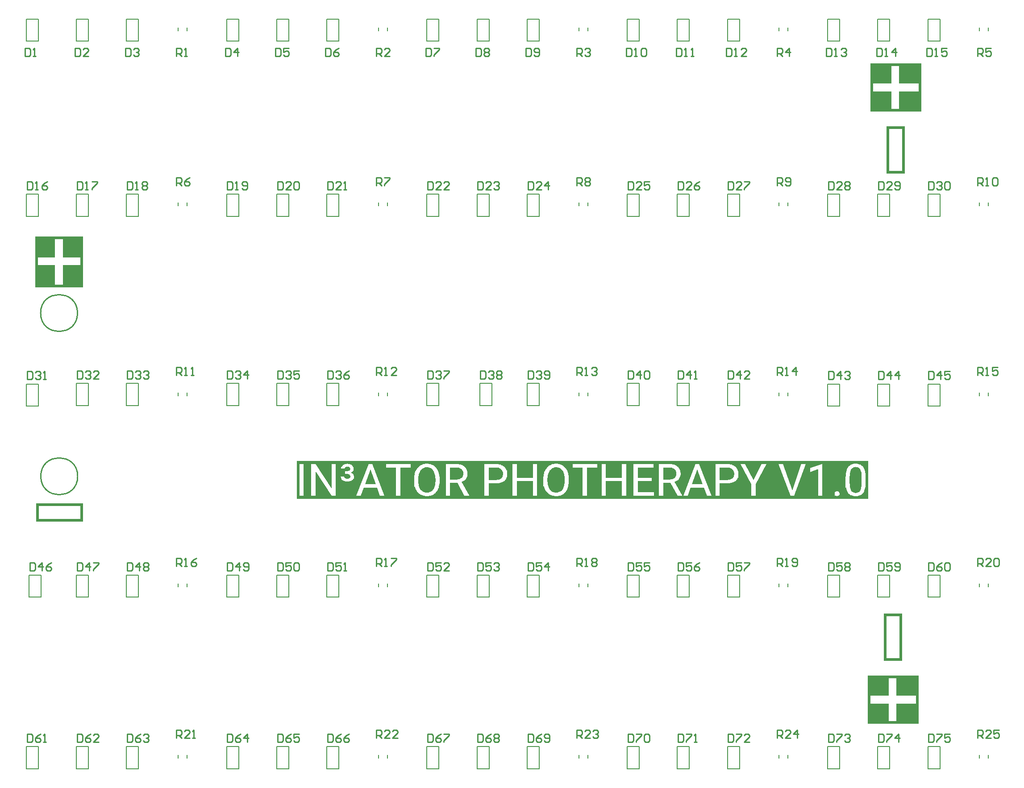
<source format=gto>
G04*
G04 #@! TF.GenerationSoftware,Altium Limited,Altium Designer,21.9.1 (22)*
G04*
G04 Layer_Color=65535*
%FSLAX25Y25*%
%MOIN*%
G70*
G04*
G04 #@! TF.SameCoordinates,A70FD659-B22A-45BA-B102-ADB4057F9A3D*
G04*
G04*
G04 #@! TF.FilePolarity,Positive*
G04*
G01*
G75*
%ADD10C,0.01000*%
%ADD11C,0.00787*%
G36*
X745346Y707667D02*
X318500D01*
Y736032D01*
X745346D01*
Y707667D01*
D02*
G37*
G36*
X770676Y586660D02*
X757053D01*
Y621864D01*
X770676D01*
Y586660D01*
D02*
G37*
G36*
X782932Y539660D02*
X744961D01*
Y575591D01*
X782932D01*
Y539660D01*
D02*
G37*
G36*
X784907Y997070D02*
X746936D01*
Y1033000D01*
X784907D01*
Y997070D01*
D02*
G37*
G36*
X772651Y950797D02*
X759028D01*
Y986000D01*
X772651D01*
Y950797D01*
D02*
G37*
G36*
X159000Y704472D02*
Y690849D01*
X123797D01*
Y704472D01*
X159000D01*
D02*
G37*
G36*
Y903564D02*
Y865593D01*
X123070D01*
Y903564D01*
X159000D01*
D02*
G37*
%LPC*%
G36*
X475693Y733699D02*
Y726441D01*
X475656Y727034D01*
X475582Y727589D01*
X475471Y728145D01*
X475359Y728626D01*
X474989Y729552D01*
X474804Y729922D01*
X474582Y730293D01*
X474360Y730626D01*
X474174Y730885D01*
X473989Y731144D01*
X473804Y731329D01*
X473693Y731477D01*
X473582Y731626D01*
X473508Y731663D01*
X473471Y731700D01*
X473027Y732070D01*
X472582Y732366D01*
X472101Y732625D01*
X471619Y732847D01*
X470583Y733218D01*
X469620Y733440D01*
X469175Y733551D01*
X468731Y733588D01*
X468361Y733625D01*
X468027Y733662D01*
X467768Y733699D01*
X458659Y733699D01*
Y710000D01*
X475693Y710000D01*
Y733699D01*
D02*
G37*
G36*
X361196Y733884D02*
X351383D01*
X356234D01*
X355493Y733847D01*
X354864Y733736D01*
X354271Y733551D01*
X353790Y733366D01*
X353383Y733181D01*
X353123Y732996D01*
X352938Y732885D01*
X352864Y732847D01*
X352420Y732440D01*
X352124Y732033D01*
X351901Y731589D01*
X351716Y731181D01*
X351642Y730811D01*
X351605Y730515D01*
X351568Y730330D01*
Y730293D01*
Y730255D01*
X354123D01*
X354160Y730515D01*
X354234Y730737D01*
X354419Y731070D01*
X354642Y731292D01*
X354679Y731366D01*
X354716D01*
X354975Y731514D01*
X355234Y731626D01*
X355715Y731774D01*
X355938D01*
X356123Y731811D01*
X356271D01*
X356678Y731774D01*
X357012Y731737D01*
X357271Y731663D01*
X357493Y731589D01*
X357678Y731477D01*
X357789Y731403D01*
X357863Y731366D01*
X357900Y731329D01*
X358085Y731144D01*
X358196Y730922D01*
X358345Y730552D01*
X358382Y730367D01*
X358419Y730218D01*
Y730144D01*
Y730107D01*
X358382Y729811D01*
X358345Y729589D01*
X358122Y729181D01*
X358011Y729033D01*
X357937Y728922D01*
X357863Y728848D01*
X357826Y728811D01*
X357567Y728663D01*
X357308Y728552D01*
X356715Y728404D01*
X356456Y728367D01*
X356234Y728330D01*
X354679D01*
Y726367D01*
X356123D01*
X356567Y726330D01*
X356938Y726293D01*
X357308Y726182D01*
X357567Y726071D01*
X357826Y725923D01*
X358011Y725775D01*
X358345Y725442D01*
X358493Y725108D01*
X358604Y724812D01*
X358641Y724590D01*
Y724553D01*
Y724516D01*
X358604Y724220D01*
X358567Y723960D01*
X358456Y723738D01*
X358345Y723553D01*
X358234Y723405D01*
X358159Y723294D01*
X358085Y723257D01*
X358048Y723220D01*
X357789Y723072D01*
X357530Y722961D01*
X356975Y722812D01*
X356715Y722775D01*
X356493Y722738D01*
X356308D01*
X355938Y722775D01*
X355567Y722812D01*
X355271Y722886D01*
X355049Y722998D01*
X354827Y723072D01*
X354679Y723146D01*
X354605Y723183D01*
X354568Y723220D01*
X354345Y723405D01*
X354197Y723627D01*
X354086Y723812D01*
X354012Y723997D01*
X353975Y724183D01*
X353938Y724331D01*
Y724405D01*
Y724442D01*
X351383D01*
X351457Y723812D01*
X351605Y723257D01*
X351790Y722812D01*
X352050Y722405D01*
X352309Y722072D01*
X352494Y721850D01*
X352642Y721701D01*
X352716Y721664D01*
X353272Y721331D01*
X353827Y721072D01*
X354419Y720924D01*
X354975Y720776D01*
X355493Y720702D01*
X355864Y720665D01*
X356234D01*
X357012Y720702D01*
X357715Y720813D01*
X358308Y720998D01*
X358826Y721183D01*
X359233Y721331D01*
X359530Y721516D01*
X359715Y721627D01*
X359789Y721664D01*
X360270Y722072D01*
X360603Y722516D01*
X360863Y722961D01*
X361011Y723405D01*
X361122Y723812D01*
X361159Y724108D01*
X361196Y724331D01*
Y720702D01*
Y724553D01*
Y724405D01*
X361159Y724812D01*
X361085Y725182D01*
X360974Y725516D01*
X360826Y725849D01*
X360418Y726367D01*
X360011Y726738D01*
X359567Y727034D01*
X359159Y727219D01*
X359011Y727293D01*
X358900Y727330D01*
X358826Y727367D01*
X358789D01*
X359159Y727552D01*
X359493Y727737D01*
X359789Y727922D01*
X360011Y728108D01*
X360196Y728256D01*
X360307Y728404D01*
X360381Y728478D01*
X360418Y728515D01*
X360603Y728811D01*
X360752Y729108D01*
X360826Y729367D01*
X360900Y729626D01*
X360937Y729848D01*
X360974Y730033D01*
Y730144D01*
Y730181D01*
X360937Y730774D01*
X360789Y731329D01*
X360566Y731774D01*
X360344Y732181D01*
X360122Y732477D01*
X359900Y732699D01*
X359752Y732847D01*
X359715Y732885D01*
X359196Y733218D01*
X358641Y733477D01*
X358048Y733625D01*
X357493Y733773D01*
X357012Y733847D01*
X356604Y733884D01*
X361196D01*
D02*
G37*
G36*
X669248Y733699D02*
X661669D01*
X665694D01*
X659510Y721776D01*
X653363Y733699D01*
X649771D01*
X657954Y718813D01*
Y710000D01*
X661065D01*
Y718813D01*
X669248Y733699D01*
D01*
D02*
G37*
G36*
X648290D02*
X631256Y733699D01*
Y710000D01*
X634366D01*
Y719295D01*
X639958Y719295D01*
X640698Y719332D01*
X641402Y719369D01*
X642031Y719480D01*
X642624Y719591D01*
X643179Y719739D01*
X643698Y719887D01*
X644142Y720035D01*
X644550Y720220D01*
X644920Y720405D01*
X645253Y720554D01*
X645512Y720702D01*
X645735Y720850D01*
X645920Y720961D01*
X646031Y721072D01*
X646105Y721109D01*
X646142Y721146D01*
X646512Y721516D01*
X646845Y721924D01*
X647142Y722331D01*
X647401Y722738D01*
X647586Y723183D01*
X647771Y723627D01*
X648030Y724479D01*
X648178Y725256D01*
X648215Y725590D01*
X648252Y725886D01*
X648290Y726108D01*
Y710704D01*
Y733699D01*
D02*
G37*
G36*
X710907Y733810D02*
X701798D01*
D01*
X710426D01*
X701798Y730589D01*
Y710000D01*
Y727848D01*
X707871Y730070D01*
Y710000D01*
X710907D01*
Y733810D01*
D02*
G37*
G36*
X698613Y733699D02*
X678284Y733699D01*
D01*
X687060Y710000D01*
X689837D01*
X698613Y733699D01*
D01*
D02*
G37*
G36*
X618999Y733699D02*
X607223D01*
X616259D01*
X607223Y710000D01*
X610445D01*
X612667Y716184D01*
X622591D01*
X624850Y710000D01*
X628071D01*
X618999Y733699D01*
D02*
G37*
G36*
X606186D02*
X588968D01*
Y710000D01*
X592115D01*
Y719591D01*
X597670D01*
X602817Y710000D01*
X606186D01*
Y710222D01*
Y710185D01*
X600595Y720257D01*
X601372Y720591D01*
X602039Y720961D01*
X602595Y721368D01*
X603076Y721739D01*
X603446Y722109D01*
X603705Y722405D01*
X603891Y722590D01*
X603928Y722664D01*
X604335Y723294D01*
X604631Y723960D01*
X604853Y724627D01*
X605001Y725219D01*
X605076Y725775D01*
X605150Y726182D01*
Y726330D01*
Y726441D01*
Y726515D01*
Y726552D01*
X605113Y727182D01*
X605038Y727774D01*
X604964Y728330D01*
X604816Y728848D01*
X604631Y729330D01*
X604446Y729774D01*
X604261Y730144D01*
X604076Y730515D01*
X603854Y730811D01*
X603668Y731107D01*
X603483Y731329D01*
X603298Y731515D01*
X603150Y731663D01*
X603076Y731774D01*
X603002Y731811D01*
X602965Y731848D01*
X602558Y732181D01*
X602076Y732477D01*
X601595Y732699D01*
X601113Y732922D01*
X600076Y733255D01*
X599077Y733477D01*
X598632Y733551D01*
X598188Y733588D01*
X597818Y733662D01*
X597484D01*
X597188Y733699D01*
X606186D01*
D01*
D02*
G37*
G36*
X585079D02*
X570045Y733699D01*
Y710000D01*
X585079Y710000D01*
Y712555D01*
X573156Y712555D01*
Y720961D01*
X583413Y720961D01*
Y723516D01*
X573156Y723516D01*
Y731144D01*
X584931Y731144D01*
Y733699D01*
X585079D01*
D02*
G37*
G36*
X564491Y733699D02*
X546272D01*
Y710000D01*
X549382D01*
Y720961D01*
X561343D01*
Y710000D01*
X564491D01*
Y733699D01*
D02*
G37*
G36*
X542754D02*
X524424D01*
Y731144D01*
X532015D01*
Y710000D01*
X542754D01*
X535126D01*
Y731144D01*
X542754D01*
Y733699D01*
D02*
G37*
G36*
X497911Y733699D02*
X479692D01*
Y710000D01*
X482802D01*
Y720961D01*
X494763D01*
Y710000D01*
X497911D01*
Y733699D01*
D02*
G37*
G36*
X447069Y733699D02*
X429850D01*
Y710000D01*
X432997D01*
Y719591D01*
X438552D01*
X443699Y710000D01*
X447069D01*
Y710185D01*
X441477Y720257D01*
X442255Y720591D01*
X442921Y720961D01*
X443477Y721368D01*
X443958Y721738D01*
X444328Y722109D01*
X444588Y722405D01*
X444773Y722590D01*
X444810Y722664D01*
X445217Y723294D01*
X445513Y723960D01*
X445736Y724627D01*
X445884Y725219D01*
X445958Y725775D01*
X446032Y726182D01*
Y726330D01*
Y726441D01*
Y726515D01*
Y726552D01*
X445995Y727182D01*
X445921Y727774D01*
X445847Y728330D01*
X445698Y728848D01*
X445513Y729330D01*
X445328Y729774D01*
X445143Y730144D01*
X444958Y730515D01*
X444736Y730811D01*
X444551Y731107D01*
X444365Y731329D01*
X444180Y731515D01*
X444032Y731663D01*
X443958Y731774D01*
X443884Y731811D01*
X443847Y731848D01*
X443440Y732181D01*
X442958Y732477D01*
X442477Y732699D01*
X441995Y732922D01*
X440959Y733255D01*
X439959Y733477D01*
X439514Y733551D01*
X439070Y733588D01*
X438700Y733662D01*
X438367D01*
X438070Y733699D01*
X447069D01*
D01*
D02*
G37*
G36*
X403447Y733699D02*
X385117D01*
Y731144D01*
X392708D01*
Y710000D01*
X395819D01*
Y731144D01*
X403447D01*
Y733699D01*
D02*
G37*
G36*
X383895D02*
X363048D01*
X372083D01*
X363048Y710000D01*
X366269D01*
X368491Y716184D01*
X378415D01*
X380674Y710000D01*
X383895D01*
X374823Y733699D01*
X383895D01*
D02*
G37*
G36*
X347569Y733699D02*
X329350D01*
Y710000D01*
X332498D01*
Y728256D01*
X344421Y710000D01*
X347569D01*
Y733699D01*
D02*
G37*
G36*
X323610D02*
X320500D01*
Y710000D01*
X323610D01*
Y733699D01*
D02*
G37*
G36*
X723831Y713407D02*
X720091D01*
Y709815D01*
Y711555D01*
X720128Y711296D01*
X720165Y711037D01*
X720313Y710667D01*
X720387Y710519D01*
X720461Y710407D01*
X720535Y710333D01*
Y710296D01*
X720720Y710148D01*
X720942Y710037D01*
X721424Y709889D01*
X721609Y709852D01*
X721794Y709815D01*
X720091D01*
X721942D01*
X722275Y709852D01*
X722572Y709889D01*
X722794Y709963D01*
X722979Y710074D01*
X723164Y710148D01*
X723275Y710222D01*
X723312Y710259D01*
X723349Y710296D01*
X723497Y710519D01*
X723646Y710704D01*
X723757Y711111D01*
X723794Y711296D01*
X723831Y711444D01*
Y711555D01*
X723794Y711852D01*
X723757Y712074D01*
X723609Y712481D01*
X723497Y712629D01*
X723423Y712777D01*
X723386Y712814D01*
X723349Y712851D01*
X723164Y713036D01*
X722942Y713185D01*
X722683Y713259D01*
X722461Y713333D01*
X722275Y713370D01*
X722090Y713407D01*
X723831D01*
D02*
G37*
G36*
X743346Y734032D02*
X728385D01*
D01*
X735865D01*
X735162Y733995D01*
X734532Y733921D01*
X733903Y733810D01*
X733348Y733625D01*
X732829Y733440D01*
X732385Y733218D01*
X731977Y732996D01*
X731607Y732773D01*
X731274Y732514D01*
X730977Y732292D01*
X730755Y732070D01*
X730533Y731885D01*
X730385Y731700D01*
X730274Y731589D01*
X730237Y731515D01*
X730200Y731477D01*
X729867Y730959D01*
X729607Y730404D01*
X729348Y729811D01*
X729163Y729182D01*
X728830Y727886D01*
X728608Y726626D01*
X728534Y726034D01*
X728497Y725479D01*
X728460Y724997D01*
X728422Y724553D01*
X728385Y724183D01*
Y709667D01*
D01*
Y719665D01*
X728422Y718776D01*
X728497Y717924D01*
X728571Y717110D01*
X728719Y716369D01*
X728867Y715703D01*
X729015Y715073D01*
X729200Y714518D01*
X729348Y714036D01*
X729533Y713592D01*
X729681Y713222D01*
X729867Y712888D01*
X729978Y712629D01*
X730089Y712407D01*
X730200Y712259D01*
X730237Y712185D01*
X730274Y712148D01*
X730644Y711703D01*
X731052Y711333D01*
X731459Y711000D01*
X731903Y710704D01*
X732385Y710482D01*
X732866Y710259D01*
X733755Y709963D01*
X734199Y709889D01*
X734607Y709815D01*
X734977Y709741D01*
X735273Y709704D01*
X735532Y709667D01*
X735903D01*
X736606Y709704D01*
X737236Y709778D01*
X737828Y709889D01*
X738384Y710074D01*
X738902Y710259D01*
X739346Y710482D01*
X739791Y710704D01*
X740161Y710963D01*
X740457Y711185D01*
X740754Y711407D01*
X741013Y711629D01*
X741198Y711814D01*
X741346Y712000D01*
X741457Y712111D01*
X741494Y712185D01*
X741531Y712222D01*
X741864Y712740D01*
X742124Y713296D01*
X742383Y713888D01*
X742568Y714518D01*
X742901Y715814D01*
X743123Y717110D01*
X743197Y717702D01*
X743234Y718258D01*
X743308Y718776D01*
Y719220D01*
X743346Y719554D01*
Y724034D01*
Y723997D01*
X743308Y724923D01*
X743271Y725775D01*
X743160Y726589D01*
X743049Y727330D01*
X742901Y727997D01*
X742753Y728626D01*
X742568Y729182D01*
X742420Y729700D01*
X742235Y730144D01*
X742087Y730515D01*
X741901Y730848D01*
X741790Y731107D01*
X741679Y731292D01*
X741568Y731440D01*
X741531Y731515D01*
X741494Y731552D01*
X741124Y731996D01*
X740716Y732366D01*
X740309Y732699D01*
X739865Y732996D01*
X739383Y733218D01*
X738902Y733440D01*
X738013Y733736D01*
X737569Y733810D01*
X737162Y733884D01*
X736791Y733958D01*
X736495Y733995D01*
X736236Y734032D01*
X743346D01*
D02*
G37*
G36*
X521684Y734032D02*
X502613Y734032D01*
Y709667D01*
Y720850D01*
X502688Y719628D01*
X502836Y718517D01*
X503021Y717517D01*
X503132Y717073D01*
X503243Y716665D01*
X503354Y716295D01*
X503465Y715962D01*
X503576Y715666D01*
X503650Y715406D01*
X503724Y715221D01*
X503798Y715073D01*
X503835Y714999D01*
Y714962D01*
X504317Y714073D01*
X504872Y713259D01*
X505428Y712592D01*
X505983Y712037D01*
X506465Y711592D01*
X506835Y711296D01*
X506983Y711185D01*
X507094Y711111D01*
X507168Y711037D01*
X507205D01*
X508057Y710593D01*
X508909Y710259D01*
X509723Y710000D01*
X510501Y709852D01*
X511167Y709741D01*
X511464Y709704D01*
X511686D01*
X511908Y709667D01*
X512167D01*
X513204Y709741D01*
X514167Y709889D01*
X515019Y710074D01*
X515759Y710333D01*
X516092Y710444D01*
X516389Y710593D01*
X516611Y710704D01*
X516833Y710778D01*
X516981Y710889D01*
X517092Y710926D01*
X517166Y711000D01*
X517203D01*
X517981Y711555D01*
X518610Y712185D01*
X519203Y712851D01*
X519647Y713481D01*
X520018Y714073D01*
X520166Y714332D01*
X520277Y714555D01*
X520388Y714703D01*
X520462Y714851D01*
X520499Y714925D01*
Y714962D01*
X520906Y715999D01*
X521203Y717036D01*
X521388Y718036D01*
X521536Y718998D01*
X521573Y719443D01*
X521610Y719850D01*
X521647Y720183D01*
X521684Y720479D01*
Y722590D01*
Y722553D01*
X521647Y723812D01*
X521499Y724960D01*
X521314Y725997D01*
X521203Y726478D01*
X521092Y726886D01*
X520980Y727293D01*
X520869Y727626D01*
X520758Y727923D01*
X520684Y728182D01*
X520610Y728367D01*
X520536Y728515D01*
X520499Y728589D01*
Y728626D01*
X520018Y729552D01*
X519499Y730367D01*
X518944Y731033D01*
X518388Y731626D01*
X517907Y732070D01*
X517537Y732366D01*
X517388Y732477D01*
X517277Y732551D01*
X517203Y732625D01*
X517166D01*
X516315Y733107D01*
X515463Y733440D01*
X514611Y733699D01*
X513834Y733847D01*
X513167Y733958D01*
X512871Y733995D01*
X512612D01*
X512427Y734032D01*
X521684Y734032D01*
D01*
D02*
G37*
G36*
X415926Y734032D02*
X406113Y734032D01*
Y709667D01*
Y720850D01*
X406187Y719628D01*
X406335Y718517D01*
X406521Y717517D01*
X406632Y717073D01*
X406743Y716665D01*
X406854Y716295D01*
X406965Y715962D01*
X407076Y715666D01*
X407150Y715406D01*
X407224Y715221D01*
X407298Y715073D01*
X407335Y714999D01*
Y714962D01*
X407817Y714073D01*
X408372Y713259D01*
X408928Y712592D01*
X409483Y712037D01*
X409965Y711592D01*
X410335Y711296D01*
X410483Y711185D01*
X410594Y711111D01*
X410668Y711037D01*
X410705D01*
X411557Y710593D01*
X412408Y710259D01*
X413223Y710000D01*
X414001Y709852D01*
X414667Y709741D01*
X414963Y709704D01*
X415186D01*
X415408Y709667D01*
X425184D01*
X415667D01*
X416704Y709741D01*
X417667Y709889D01*
X418518Y710074D01*
X419259Y710333D01*
X419592Y710444D01*
X419888Y710593D01*
X420111Y710704D01*
X420333Y710778D01*
X420481Y710889D01*
X420592Y710926D01*
X420666Y711000D01*
X420703D01*
X421481Y711555D01*
X422110Y712185D01*
X422703Y712851D01*
X423147Y713481D01*
X423518Y714073D01*
X423666Y714332D01*
X423777Y714555D01*
X423888Y714703D01*
X423962Y714851D01*
X423999Y714925D01*
Y714962D01*
X424406Y715999D01*
X424702Y717036D01*
X424888Y718036D01*
X425036Y718998D01*
X425073Y719443D01*
X425110Y719850D01*
X425147Y720183D01*
X425184Y720479D01*
Y722553D01*
Y722553D01*
X425147Y723812D01*
X424999Y724960D01*
X424814Y725997D01*
X424702Y726478D01*
X424591Y726886D01*
X424480Y727293D01*
X424369Y727626D01*
X424258Y727922D01*
X424184Y728182D01*
X424110Y728367D01*
X424036Y728515D01*
X423999Y728589D01*
Y728626D01*
X423518Y729552D01*
X422999Y730367D01*
X422444Y731033D01*
X421888Y731626D01*
X421407Y732070D01*
X421036Y732366D01*
X420888Y732477D01*
X420777Y732551D01*
X420703Y732625D01*
X420666D01*
X419814Y733107D01*
X418963Y733440D01*
X418111Y733699D01*
X417333Y733847D01*
X416667Y733958D01*
X416371Y733995D01*
X416112D01*
X415926Y734032D01*
D02*
G37*
%LPD*%
G36*
X468398Y731070D02*
X469138Y730922D01*
X469768Y730700D01*
X470286Y730441D01*
X470694Y730218D01*
X470990Y729996D01*
X471175Y729848D01*
X471249Y729811D01*
X471694Y729293D01*
X472027Y728737D01*
X472249Y728182D01*
X472434Y727626D01*
X472508Y727145D01*
X472545Y726775D01*
X472582Y726626D01*
Y726515D01*
Y726441D01*
Y726404D01*
X472508Y725627D01*
X472360Y724923D01*
X472175Y724368D01*
X471916Y723886D01*
X471657Y723479D01*
X471471Y723220D01*
X471323Y723072D01*
X471249Y722998D01*
X470694Y722627D01*
X470101Y722331D01*
X469435Y722146D01*
X468842Y721998D01*
X468250Y721924D01*
X468027Y721887D01*
X467805D01*
X467657Y721850D01*
X461769Y721850D01*
Y731144D01*
X467583Y731144D01*
X468398Y731070D01*
D02*
G37*
G36*
X475693Y710000D02*
X461769Y710000D01*
Y719295D01*
X467361Y719295D01*
X468102Y719332D01*
X468805Y719369D01*
X469435Y719480D01*
X470027Y719591D01*
X470583Y719739D01*
X471101Y719887D01*
X471545Y720035D01*
X471953Y720220D01*
X472323Y720405D01*
X472656Y720554D01*
X472916Y720702D01*
X473138Y720850D01*
X473323Y720961D01*
X473434Y721072D01*
X473508Y721109D01*
X473545Y721146D01*
X473915Y721516D01*
X474249Y721924D01*
X474545Y722331D01*
X474804Y722738D01*
X474989Y723183D01*
X475174Y723627D01*
X475433Y724479D01*
X475582Y725256D01*
X475619Y725590D01*
X475656Y725886D01*
X475693Y726108D01*
Y710000D01*
D02*
G37*
G36*
X648290Y726441D02*
X648252Y727034D01*
X648178Y727589D01*
X648067Y728145D01*
X647956Y728626D01*
X647586Y729552D01*
X647401Y729922D01*
X647179Y730293D01*
X646956Y730626D01*
X646771Y730885D01*
X646586Y731144D01*
X646401Y731329D01*
X646290Y731477D01*
X646179Y731626D01*
X646105Y731663D01*
X646068Y731700D01*
X645623Y732070D01*
X645179Y732366D01*
X644698Y732625D01*
X644216Y732848D01*
X643179Y733218D01*
X642217Y733440D01*
X641772Y733551D01*
X641328Y733588D01*
X640958Y733625D01*
X640624Y733662D01*
X640365Y733699D01*
X648290D01*
Y726441D01*
D02*
G37*
G36*
X640995Y731070D02*
X641735Y730922D01*
X642365Y730700D01*
X642883Y730441D01*
X643291Y730218D01*
X643587Y729996D01*
X643772Y729848D01*
X643846Y729811D01*
X644290Y729293D01*
X644624Y728737D01*
X644846Y728182D01*
X645031Y727626D01*
X645105Y727145D01*
X645142Y726775D01*
X645179Y726626D01*
Y726515D01*
Y726441D01*
Y726404D01*
X645105Y725627D01*
X644957Y724923D01*
X644772Y724368D01*
X644513Y723886D01*
X644253Y723479D01*
X644068Y723220D01*
X643920Y723072D01*
X643846Y722998D01*
X643291Y722627D01*
X642698Y722331D01*
X642031Y722146D01*
X641439Y721998D01*
X640846Y721924D01*
X640624Y721887D01*
X640402D01*
X640254Y721850D01*
X634366Y721850D01*
Y731144D01*
X640180Y731144D01*
X640995Y731070D01*
D02*
G37*
G36*
X688430Y714147D02*
X681691Y733699D01*
X695207Y733699D01*
X688430Y714147D01*
D02*
G37*
G36*
X621665Y718739D02*
X613592D01*
X617629Y729811D01*
X621665Y718739D01*
D02*
G37*
G36*
X597781Y731070D02*
X598521Y730922D01*
X599188Y730737D01*
X599706Y730515D01*
X600113Y730293D01*
X600447Y730107D01*
X600595Y729959D01*
X600669Y729922D01*
X601113Y729441D01*
X601447Y728922D01*
X601669Y728367D01*
X601854Y727811D01*
X601928Y727330D01*
X601965Y726923D01*
X602002Y726775D01*
Y726664D01*
Y726589D01*
Y726552D01*
X601928Y725849D01*
X601780Y725219D01*
X601558Y724664D01*
X601335Y724183D01*
X601076Y723812D01*
X600854Y723553D01*
X600706Y723405D01*
X600632Y723331D01*
X600076Y722924D01*
X599484Y722664D01*
X598854Y722442D01*
X598262Y722294D01*
X597744Y722220D01*
X597299Y722183D01*
X597151Y722146D01*
X592115D01*
Y731144D01*
X596892D01*
X597781Y731070D01*
D02*
G37*
G36*
X561343Y723516D02*
X549382D01*
Y733699D01*
X561343D01*
Y723516D01*
D02*
G37*
G36*
X494763Y723516D02*
X482802D01*
Y733699D01*
X494763D01*
Y723516D01*
D02*
G37*
G36*
X438663Y731070D02*
X439403Y730922D01*
X440070Y730737D01*
X440588Y730515D01*
X440996Y730293D01*
X441329Y730107D01*
X441477Y729959D01*
X441551Y729922D01*
X441995Y729441D01*
X442329Y728922D01*
X442551Y728367D01*
X442736Y727811D01*
X442810Y727330D01*
X442847Y726923D01*
X442884Y726775D01*
Y726663D01*
Y726589D01*
Y726552D01*
X442810Y725849D01*
X442662Y725219D01*
X442440Y724664D01*
X442218Y724183D01*
X441958Y723812D01*
X441736Y723553D01*
X441588Y723405D01*
X441514Y723331D01*
X440959Y722924D01*
X440366Y722664D01*
X439737Y722442D01*
X439144Y722294D01*
X438626Y722220D01*
X438181Y722183D01*
X438033Y722146D01*
X432997D01*
Y731144D01*
X437774D01*
X438663Y731070D01*
D02*
G37*
G36*
X377489Y718739D02*
X369417D01*
X373453Y729811D01*
X377489Y718739D01*
D02*
G37*
G36*
X344458Y715332D02*
X332498Y733699D01*
X344458D01*
Y715332D01*
D02*
G37*
G36*
X721609Y713370D02*
X721350Y713333D01*
X721091Y713222D01*
X720905Y713148D01*
X720720Y713036D01*
X720609Y712925D01*
X720572Y712888D01*
X720535Y712851D01*
X720387Y712666D01*
X720276Y712444D01*
X720165Y712000D01*
X720128Y711814D01*
X720091Y711703D01*
Y713407D01*
X721942D01*
X721609Y713370D01*
D02*
G37*
G36*
X736273Y731515D02*
X736680Y731477D01*
X737384Y731292D01*
X737976Y730996D01*
X738458Y730663D01*
X738828Y730330D01*
X739087Y730070D01*
X739235Y729848D01*
X739272Y729811D01*
Y729774D01*
X739457Y729441D01*
X739643Y729034D01*
X739902Y728182D01*
X740087Y727256D01*
X740198Y726330D01*
X740272Y725886D01*
X740309Y725479D01*
Y725145D01*
X740346Y724812D01*
Y724553D01*
Y724368D01*
Y724220D01*
Y724183D01*
Y719258D01*
X740309Y718591D01*
X740272Y717962D01*
X740198Y717369D01*
X740124Y716851D01*
X740050Y716369D01*
X739939Y715925D01*
X739865Y715518D01*
X739754Y715147D01*
X739643Y714851D01*
X739532Y714555D01*
X739457Y714333D01*
X739383Y714147D01*
X739309Y713999D01*
X739235Y713888D01*
X739198Y713851D01*
Y713814D01*
X738976Y713518D01*
X738754Y713259D01*
X738235Y712814D01*
X737680Y712518D01*
X737162Y712333D01*
X736680Y712185D01*
X736273Y712148D01*
X736125Y712111D01*
X735903D01*
X735495Y712148D01*
X735125Y712185D01*
X734421Y712407D01*
X733829Y712703D01*
X733348Y713036D01*
X732977Y713370D01*
X732718Y713629D01*
X732533Y713851D01*
X732496Y713888D01*
Y713925D01*
X732311Y714296D01*
X732126Y714703D01*
X731866Y715592D01*
X731644Y716517D01*
X731533Y717443D01*
X731496Y717887D01*
X731459Y718295D01*
X731422Y718665D01*
Y718961D01*
X731385Y719220D01*
Y719443D01*
Y719554D01*
Y719591D01*
Y724442D01*
X731422Y725108D01*
X731459Y725701D01*
X731496Y726256D01*
X731570Y726775D01*
X731644Y727256D01*
X731755Y727700D01*
X731829Y728108D01*
X731940Y728441D01*
X732051Y728774D01*
X732126Y729034D01*
X732237Y729256D01*
X732311Y729441D01*
X732348Y729589D01*
X732422Y729700D01*
X732459Y729737D01*
Y729774D01*
X732681Y730070D01*
X732903Y730367D01*
X733459Y730811D01*
X734014Y731107D01*
X734570Y731329D01*
X735088Y731477D01*
X735495Y731515D01*
X735643Y731552D01*
X735865D01*
X736273Y731515D01*
D02*
G37*
G36*
X511130Y733958D02*
X510168Y733810D01*
X509353Y733588D01*
X508612Y733329D01*
X508279Y733181D01*
X508020Y733070D01*
X507761Y732959D01*
X507539Y732847D01*
X507390Y732773D01*
X507279Y732699D01*
X507205Y732625D01*
X507168D01*
X506391Y732033D01*
X505724Y731403D01*
X505169Y730737D01*
X504687Y730070D01*
X504317Y729515D01*
X504132Y729256D01*
X504021Y729033D01*
X503910Y728848D01*
X503873Y728700D01*
X503798Y728626D01*
Y728589D01*
X503391Y727589D01*
X503132Y726552D01*
X502910Y725553D01*
X502762Y724590D01*
X502725Y724183D01*
X502688Y723775D01*
X502651Y723442D01*
Y723146D01*
X502613Y722887D01*
Y734032D01*
X512130D01*
X511130Y733958D01*
D02*
G37*
G36*
X512686Y731292D02*
X513204Y731218D01*
X513723Y731107D01*
X514167Y730996D01*
X514982Y730626D01*
X515648Y730218D01*
X516166Y729774D01*
X516389Y729589D01*
X516574Y729441D01*
X516685Y729293D01*
X516796Y729182D01*
X516870Y729108D01*
Y729071D01*
X517166Y728626D01*
X517425Y728145D01*
X517870Y727108D01*
X518166Y726034D01*
X518351Y724997D01*
X518425Y724516D01*
X518499Y724034D01*
X518536Y723627D01*
Y723294D01*
X518574Y722998D01*
Y722775D01*
Y722627D01*
Y722590D01*
Y720850D01*
X518536Y720109D01*
X518499Y719406D01*
X518388Y718739D01*
X518277Y718110D01*
X518166Y717554D01*
X518018Y717036D01*
X517870Y716554D01*
X517722Y716147D01*
X517537Y715777D01*
X517388Y715443D01*
X517240Y715147D01*
X517129Y714925D01*
X517018Y714740D01*
X516944Y714629D01*
X516907Y714555D01*
X516870Y714518D01*
X516537Y714147D01*
X516203Y713814D01*
X515833Y713518D01*
X515426Y713259D01*
X515056Y713036D01*
X514648Y712851D01*
X513908Y712592D01*
X513204Y712444D01*
X512908Y712407D01*
X512686Y712370D01*
X512464Y712333D01*
X512167D01*
X511612Y712370D01*
X511093Y712444D01*
X510612Y712555D01*
X510168Y712703D01*
X509353Y713073D01*
X508686Y713518D01*
X508131Y713925D01*
X507909Y714110D01*
X507761Y714295D01*
X507613Y714444D01*
X507502Y714555D01*
X507465Y714629D01*
X507427Y714666D01*
X507131Y715110D01*
X506872Y715629D01*
X506428Y716665D01*
X506131Y717702D01*
X505946Y718739D01*
X505872Y719220D01*
X505798Y719665D01*
X505761Y720072D01*
Y720405D01*
X505724Y720665D01*
Y720887D01*
Y721035D01*
Y721072D01*
Y722812D01*
X505761Y723553D01*
X505835Y724220D01*
X505909Y724886D01*
X506020Y725479D01*
X506168Y726034D01*
X506317Y726552D01*
X506465Y727034D01*
X506613Y727441D01*
X506798Y727811D01*
X506946Y728145D01*
X507094Y728441D01*
X507205Y728663D01*
X507316Y728848D01*
X507390Y728959D01*
X507465Y729033D01*
Y729071D01*
X507798Y729478D01*
X508168Y729811D01*
X508538Y730107D01*
X508909Y730367D01*
X509316Y730589D01*
X509686Y730774D01*
X510427Y731033D01*
X511093Y731218D01*
X511390Y731255D01*
X511649Y731292D01*
X511834Y731329D01*
X512130D01*
X512686Y731292D01*
D02*
G37*
G36*
X414630Y733958D02*
X413667Y733810D01*
X412853Y733588D01*
X412112Y733329D01*
X411779Y733181D01*
X411520Y733070D01*
X411261Y732959D01*
X411038Y732847D01*
X410890Y732773D01*
X410779Y732699D01*
X410705Y732625D01*
X410668D01*
X409890Y732033D01*
X409224Y731403D01*
X408668Y730737D01*
X408187Y730070D01*
X407817Y729515D01*
X407632Y729256D01*
X407520Y729033D01*
X407409Y728848D01*
X407372Y728700D01*
X407298Y728626D01*
Y728589D01*
X406891Y727589D01*
X406632Y726552D01*
X406410Y725553D01*
X406261Y724590D01*
X406224Y724183D01*
X406187Y723775D01*
X406150Y723442D01*
Y723146D01*
X406113Y722886D01*
Y734032D01*
X415630Y734032D01*
X414630Y733958D01*
D02*
G37*
G36*
X416186Y731292D02*
X416704Y731218D01*
X417222Y731107D01*
X417667Y730996D01*
X418481Y730626D01*
X419148Y730218D01*
X419666Y729774D01*
X419888Y729589D01*
X420074Y729441D01*
X420185Y729293D01*
X420296Y729182D01*
X420370Y729108D01*
Y729071D01*
X420666Y728626D01*
X420925Y728145D01*
X421370Y727108D01*
X421666Y726034D01*
X421851Y724997D01*
X421925Y724516D01*
X421999Y724034D01*
X422036Y723627D01*
Y723294D01*
X422073Y722998D01*
Y722775D01*
Y722627D01*
Y722590D01*
Y720850D01*
X422036Y720109D01*
X421999Y719406D01*
X421888Y718739D01*
X421777Y718110D01*
X421666Y717554D01*
X421518Y717036D01*
X421370Y716554D01*
X421222Y716147D01*
X421036Y715777D01*
X420888Y715443D01*
X420740Y715147D01*
X420629Y714925D01*
X420518Y714740D01*
X420444Y714629D01*
X420407Y714555D01*
X420370Y714518D01*
X420037Y714147D01*
X419703Y713814D01*
X419333Y713518D01*
X418926Y713259D01*
X418555Y713036D01*
X418148Y712851D01*
X417408Y712592D01*
X416704Y712444D01*
X416408Y712407D01*
X416186Y712370D01*
X415963Y712333D01*
X415667D01*
X415112Y712370D01*
X414593Y712444D01*
X414112Y712555D01*
X413667Y712703D01*
X412853Y713073D01*
X412186Y713518D01*
X411631Y713925D01*
X411409Y714110D01*
X411261Y714295D01*
X411112Y714444D01*
X411001Y714555D01*
X410964Y714629D01*
X410927Y714666D01*
X410631Y715110D01*
X410372Y715629D01*
X409928Y716665D01*
X409631Y717702D01*
X409446Y718739D01*
X409372Y719220D01*
X409298Y719665D01*
X409261Y720072D01*
Y720405D01*
X409224Y720665D01*
Y720887D01*
Y721035D01*
Y721072D01*
Y722812D01*
X409261Y723553D01*
X409335Y724220D01*
X409409Y724886D01*
X409520Y725479D01*
X409668Y726034D01*
X409816Y726552D01*
X409965Y727034D01*
X410113Y727441D01*
X410298Y727811D01*
X410446Y728145D01*
X410594Y728441D01*
X410705Y728663D01*
X410816Y728848D01*
X410890Y728959D01*
X410964Y729033D01*
Y729071D01*
X411298Y729478D01*
X411668Y729811D01*
X412038Y730107D01*
X412408Y730367D01*
X412816Y730589D01*
X413186Y730774D01*
X413927Y731033D01*
X414593Y731218D01*
X414889Y731255D01*
X415149Y731292D01*
X415334Y731329D01*
X415630D01*
X416186Y731292D01*
D02*
G37*
%LPC*%
G36*
X768676Y619864D02*
X759053D01*
Y588660D01*
X768676D01*
Y619864D01*
D02*
G37*
G36*
X780932Y573590D02*
Y560614D01*
D01*
Y573590D01*
D02*
G37*
G36*
X766133D02*
X746961D01*
X760520D01*
Y560614D01*
X746961D01*
Y541660D01*
Y554636D01*
X760520D01*
Y541660D01*
X746961D01*
X780932D01*
X766133D01*
Y554636D01*
X780932D01*
Y560614D01*
X766133D01*
Y573590D01*
D02*
G37*
G36*
X782907Y1031000D02*
Y1018024D01*
X768109D01*
Y1031000D01*
X748936D01*
X762495D01*
Y1018024D01*
X748936D01*
Y1012046D01*
X762495D01*
Y999070D01*
X782907D01*
Y1031000D01*
D02*
G37*
%LPD*%
G36*
Y999070D02*
X768109D01*
Y1012046D01*
X782907D01*
Y999070D01*
D02*
G37*
%LPC*%
G36*
X770651Y984000D02*
X761028D01*
Y952797D01*
X770651D01*
Y984000D01*
D02*
G37*
G36*
X157000Y702472D02*
X125797Y702472D01*
Y692849D01*
X157000Y692849D01*
Y702472D01*
D02*
G37*
G36*
Y901564D02*
X125070Y901564D01*
X138046Y901564D01*
X138046Y888005D01*
X125070Y888005D01*
Y882391D01*
X138046Y882391D01*
Y867593D01*
X144024D01*
Y882391D01*
X157000D01*
Y867593D01*
X157000Y901564D01*
D02*
G37*
%LPD*%
G36*
X157000Y888005D02*
X144024D01*
X144024Y901564D01*
X157000D01*
X157000Y888005D01*
D02*
G37*
D10*
X154897Y724554D02*
G03*
X154897Y724554I-13780J0D01*
G01*
X154780Y846500D02*
G03*
X154780Y846500I-13780J0D01*
G01*
X826800Y529000D02*
Y534998D01*
X829799D01*
X830799Y533998D01*
Y531999D01*
X829799Y530999D01*
X826800D01*
X828799D02*
X830799Y529000D01*
X836797D02*
X832798D01*
X836797Y532999D01*
Y533998D01*
X835797Y534998D01*
X833798D01*
X832798Y533998D01*
X842795Y534998D02*
X838796D01*
Y531999D01*
X840796Y532999D01*
X841795D01*
X842795Y531999D01*
Y530000D01*
X841795Y529000D01*
X839796D01*
X838796Y530000D01*
X677200Y529000D02*
Y534998D01*
X680199D01*
X681199Y533998D01*
Y531999D01*
X680199Y530999D01*
X677200D01*
X679199D02*
X681199Y529000D01*
X687197D02*
X683198D01*
X687197Y532999D01*
Y533998D01*
X686197Y534998D01*
X684198D01*
X683198Y533998D01*
X692195Y529000D02*
Y534998D01*
X689196Y531999D01*
X693195D01*
X527600Y529000D02*
Y534998D01*
X530599D01*
X531599Y533998D01*
Y531999D01*
X530599Y530999D01*
X527600D01*
X529599D02*
X531599Y529000D01*
X537597D02*
X533598D01*
X537597Y532999D01*
Y533998D01*
X536597Y534998D01*
X534598D01*
X533598Y533998D01*
X539596D02*
X540596Y534998D01*
X542595D01*
X543595Y533998D01*
Y532999D01*
X542595Y531999D01*
X541596D01*
X542595D01*
X543595Y530999D01*
Y530000D01*
X542595Y529000D01*
X540596D01*
X539596Y530000D01*
X378000Y529000D02*
Y534998D01*
X380999D01*
X381999Y533998D01*
Y531999D01*
X380999Y530999D01*
X378000D01*
X379999D02*
X381999Y529000D01*
X387997D02*
X383998D01*
X387997Y532999D01*
Y533998D01*
X386997Y534998D01*
X384998D01*
X383998Y533998D01*
X393995Y529000D02*
X389996D01*
X393995Y532999D01*
Y533998D01*
X392995Y534998D01*
X390996D01*
X389996Y533998D01*
X228400Y529000D02*
Y534998D01*
X231399D01*
X232399Y533998D01*
Y531999D01*
X231399Y530999D01*
X228400D01*
X230399D02*
X232399Y529000D01*
X238397D02*
X234398D01*
X238397Y532999D01*
Y533998D01*
X237397Y534998D01*
X235398D01*
X234398Y533998D01*
X240396Y529000D02*
X242395D01*
X241396D01*
Y534998D01*
X240396Y533998D01*
X826800Y657200D02*
Y663198D01*
X829799D01*
X830799Y662198D01*
Y660199D01*
X829799Y659199D01*
X826800D01*
X828799D02*
X830799Y657200D01*
X836797D02*
X832798D01*
X836797Y661199D01*
Y662198D01*
X835797Y663198D01*
X833798D01*
X832798Y662198D01*
X838796D02*
X839796Y663198D01*
X841795D01*
X842795Y662198D01*
Y658200D01*
X841795Y657200D01*
X839796D01*
X838796Y658200D01*
Y662198D01*
X677200Y657200D02*
Y663198D01*
X680199D01*
X681199Y662198D01*
Y660199D01*
X680199Y659199D01*
X677200D01*
X679199D02*
X681199Y657200D01*
X683198D02*
X685197D01*
X684198D01*
Y663198D01*
X683198Y662198D01*
X688196Y658200D02*
X689196Y657200D01*
X691195D01*
X692195Y658200D01*
Y662198D01*
X691195Y663198D01*
X689196D01*
X688196Y662198D01*
Y661199D01*
X689196Y660199D01*
X692195D01*
X527600Y657200D02*
Y663198D01*
X530599D01*
X531599Y662198D01*
Y660199D01*
X530599Y659199D01*
X527600D01*
X529599D02*
X531599Y657200D01*
X533598D02*
X535597D01*
X534598D01*
Y663198D01*
X533598Y662198D01*
X538596D02*
X539596Y663198D01*
X541596D01*
X542595Y662198D01*
Y661199D01*
X541596Y660199D01*
X542595Y659199D01*
Y658200D01*
X541596Y657200D01*
X539596D01*
X538596Y658200D01*
Y659199D01*
X539596Y660199D01*
X538596Y661199D01*
Y662198D01*
X539596Y660199D02*
X541596D01*
X378000Y657200D02*
Y663198D01*
X380999D01*
X381999Y662198D01*
Y660199D01*
X380999Y659199D01*
X378000D01*
X379999D02*
X381999Y657200D01*
X383998D02*
X385997D01*
X384998D01*
Y663198D01*
X383998Y662198D01*
X388996Y663198D02*
X392995D01*
Y662198D01*
X388996Y658200D01*
Y657200D01*
X228400D02*
Y663198D01*
X231399D01*
X232399Y662198D01*
Y660199D01*
X231399Y659199D01*
X228400D01*
X230399D02*
X232399Y657200D01*
X234398D02*
X236397D01*
X235398D01*
Y663198D01*
X234398Y662198D01*
X243395Y663198D02*
X241396Y662198D01*
X239396Y660199D01*
Y658200D01*
X240396Y657200D01*
X242395D01*
X243395Y658200D01*
Y659199D01*
X242395Y660199D01*
X239396D01*
X826800Y799900D02*
Y805898D01*
X829799D01*
X830799Y804898D01*
Y802899D01*
X829799Y801899D01*
X826800D01*
X828799D02*
X830799Y799900D01*
X832798D02*
X834797D01*
X833798D01*
Y805898D01*
X832798Y804898D01*
X841795Y805898D02*
X837796D01*
Y802899D01*
X839796Y803899D01*
X840796D01*
X841795Y802899D01*
Y800900D01*
X840796Y799900D01*
X838796D01*
X837796Y800900D01*
X677200Y799900D02*
Y805898D01*
X680199D01*
X681199Y804898D01*
Y802899D01*
X680199Y801899D01*
X677200D01*
X679199D02*
X681199Y799900D01*
X683198D02*
X685197D01*
X684198D01*
Y805898D01*
X683198Y804898D01*
X691195Y799900D02*
Y805898D01*
X688196Y802899D01*
X692195D01*
X527600Y799900D02*
Y805898D01*
X530599D01*
X531599Y804898D01*
Y802899D01*
X530599Y801899D01*
X527600D01*
X529599D02*
X531599Y799900D01*
X533598D02*
X535597D01*
X534598D01*
Y805898D01*
X533598Y804898D01*
X538596D02*
X539596Y805898D01*
X541596D01*
X542595Y804898D01*
Y803899D01*
X541596Y802899D01*
X540596D01*
X541596D01*
X542595Y801899D01*
Y800900D01*
X541596Y799900D01*
X539596D01*
X538596Y800900D01*
X378000Y799900D02*
Y805898D01*
X380999D01*
X381999Y804898D01*
Y802899D01*
X380999Y801899D01*
X378000D01*
X379999D02*
X381999Y799900D01*
X383998D02*
X385997D01*
X384998D01*
Y805898D01*
X383998Y804898D01*
X392995Y799900D02*
X388996D01*
X392995Y803899D01*
Y804898D01*
X391996Y805898D01*
X389996D01*
X388996Y804898D01*
X228400Y799900D02*
Y805898D01*
X231399D01*
X232399Y804898D01*
Y802899D01*
X231399Y801899D01*
X228400D01*
X230399D02*
X232399Y799900D01*
X234398D02*
X236397D01*
X235398D01*
Y805898D01*
X234398Y804898D01*
X239396Y799900D02*
X241396D01*
X240396D01*
Y805898D01*
X239396Y804898D01*
X826800Y941700D02*
Y947698D01*
X829799D01*
X830799Y946698D01*
Y944699D01*
X829799Y943699D01*
X826800D01*
X828799D02*
X830799Y941700D01*
X832798D02*
X834797D01*
X833798D01*
Y947698D01*
X832798Y946698D01*
X837796D02*
X838796Y947698D01*
X840796D01*
X841795Y946698D01*
Y942700D01*
X840796Y941700D01*
X838796D01*
X837796Y942700D01*
Y946698D01*
X677200Y941700D02*
Y947698D01*
X680199D01*
X681199Y946698D01*
Y944699D01*
X680199Y943699D01*
X677200D01*
X679199D02*
X681199Y941700D01*
X683198Y942700D02*
X684198Y941700D01*
X686197D01*
X687197Y942700D01*
Y946698D01*
X686197Y947698D01*
X684198D01*
X683198Y946698D01*
Y945699D01*
X684198Y944699D01*
X687197D01*
X527600Y941700D02*
Y947698D01*
X530599D01*
X531599Y946698D01*
Y944699D01*
X530599Y943699D01*
X527600D01*
X529599D02*
X531599Y941700D01*
X533598Y946698D02*
X534598Y947698D01*
X536597D01*
X537597Y946698D01*
Y945699D01*
X536597Y944699D01*
X537597Y943699D01*
Y942700D01*
X536597Y941700D01*
X534598D01*
X533598Y942700D01*
Y943699D01*
X534598Y944699D01*
X533598Y945699D01*
Y946698D01*
X534598Y944699D02*
X536597D01*
X378000Y941700D02*
Y947698D01*
X380999D01*
X381999Y946698D01*
Y944699D01*
X380999Y943699D01*
X378000D01*
X379999D02*
X381999Y941700D01*
X383998Y947698D02*
X387997D01*
Y946698D01*
X383998Y942700D01*
Y941700D01*
X228400D02*
Y947698D01*
X231399D01*
X232399Y946698D01*
Y944699D01*
X231399Y943699D01*
X228400D01*
X230399D02*
X232399Y941700D01*
X238397Y947698D02*
X236397Y946698D01*
X234398Y944699D01*
Y942700D01*
X235398Y941700D01*
X237397D01*
X238397Y942700D01*
Y943699D01*
X237397Y944699D01*
X234398D01*
X826800Y1038400D02*
Y1044398D01*
X829799D01*
X830799Y1043398D01*
Y1041399D01*
X829799Y1040399D01*
X826800D01*
X828799D02*
X830799Y1038400D01*
X836797Y1044398D02*
X832798D01*
Y1041399D01*
X834797Y1042399D01*
X835797D01*
X836797Y1041399D01*
Y1039400D01*
X835797Y1038400D01*
X833798D01*
X832798Y1039400D01*
X677200Y1038400D02*
Y1044398D01*
X680199D01*
X681199Y1043398D01*
Y1041399D01*
X680199Y1040399D01*
X677200D01*
X679199D02*
X681199Y1038400D01*
X686197D02*
Y1044398D01*
X683198Y1041399D01*
X687197D01*
X527600Y1038400D02*
Y1044398D01*
X530599D01*
X531599Y1043398D01*
Y1041399D01*
X530599Y1040399D01*
X527600D01*
X529599D02*
X531599Y1038400D01*
X533598Y1043398D02*
X534598Y1044398D01*
X536597D01*
X537597Y1043398D01*
Y1042399D01*
X536597Y1041399D01*
X535597D01*
X536597D01*
X537597Y1040399D01*
Y1039400D01*
X536597Y1038400D01*
X534598D01*
X533598Y1039400D01*
X378000Y1038400D02*
Y1044398D01*
X380999D01*
X381999Y1043398D01*
Y1041399D01*
X380999Y1040399D01*
X378000D01*
X379999D02*
X381999Y1038400D01*
X387997D02*
X383998D01*
X387997Y1042399D01*
Y1043398D01*
X386997Y1044398D01*
X384998D01*
X383998Y1043398D01*
X228400Y1038400D02*
Y1044398D01*
X231399D01*
X232399Y1043398D01*
Y1041399D01*
X231399Y1040399D01*
X228400D01*
X230399D02*
X232399Y1038400D01*
X234398D02*
X236397D01*
X235398D01*
Y1044398D01*
X234398Y1043398D01*
X790300Y531998D02*
Y526000D01*
X793299D01*
X794299Y527000D01*
Y530998D01*
X793299Y531998D01*
X790300D01*
X796298D02*
X800297D01*
Y530998D01*
X796298Y527000D01*
Y526000D01*
X806295Y531998D02*
X802296D01*
Y528999D01*
X804296Y529999D01*
X805295D01*
X806295Y528999D01*
Y527000D01*
X805295Y526000D01*
X803296D01*
X802296Y527000D01*
X752900Y531998D02*
Y526000D01*
X755899D01*
X756899Y527000D01*
Y530998D01*
X755899Y531998D01*
X752900D01*
X758898D02*
X762897D01*
Y530998D01*
X758898Y527000D01*
Y526000D01*
X767895D02*
Y531998D01*
X764896Y528999D01*
X768895D01*
X715500Y531998D02*
Y526000D01*
X718499D01*
X719499Y527000D01*
Y530998D01*
X718499Y531998D01*
X715500D01*
X721498D02*
X725497D01*
Y530998D01*
X721498Y527000D01*
Y526000D01*
X727496Y530998D02*
X728496Y531998D01*
X730495D01*
X731495Y530998D01*
Y529999D01*
X730495Y528999D01*
X729495D01*
X730495D01*
X731495Y527999D01*
Y527000D01*
X730495Y526000D01*
X728496D01*
X727496Y527000D01*
X640700Y531998D02*
Y526000D01*
X643699D01*
X644699Y527000D01*
Y530998D01*
X643699Y531998D01*
X640700D01*
X646698D02*
X650697D01*
Y530998D01*
X646698Y527000D01*
Y526000D01*
X656695D02*
X652696D01*
X656695Y529999D01*
Y530998D01*
X655695Y531998D01*
X653696D01*
X652696Y530998D01*
X603300Y531998D02*
Y526000D01*
X606299D01*
X607299Y527000D01*
Y530998D01*
X606299Y531998D01*
X603300D01*
X609298D02*
X613297D01*
Y530998D01*
X609298Y527000D01*
Y526000D01*
X615296D02*
X617296D01*
X616296D01*
Y531998D01*
X615296Y530998D01*
X565900Y531998D02*
Y526000D01*
X568899D01*
X569899Y527000D01*
Y530998D01*
X568899Y531998D01*
X565900D01*
X571898D02*
X575897D01*
Y530998D01*
X571898Y527000D01*
Y526000D01*
X577896Y530998D02*
X578896Y531998D01*
X580895D01*
X581895Y530998D01*
Y527000D01*
X580895Y526000D01*
X578896D01*
X577896Y527000D01*
Y530998D01*
X491100Y531998D02*
Y526000D01*
X494099D01*
X495099Y527000D01*
Y530998D01*
X494099Y531998D01*
X491100D01*
X501097D02*
X499097Y530998D01*
X497098Y528999D01*
Y527000D01*
X498098Y526000D01*
X500097D01*
X501097Y527000D01*
Y527999D01*
X500097Y528999D01*
X497098D01*
X503096Y527000D02*
X504096Y526000D01*
X506095D01*
X507095Y527000D01*
Y530998D01*
X506095Y531998D01*
X504096D01*
X503096Y530998D01*
Y529999D01*
X504096Y528999D01*
X507095D01*
X453700Y531998D02*
Y526000D01*
X456699D01*
X457699Y527000D01*
Y530998D01*
X456699Y531998D01*
X453700D01*
X463697D02*
X461697Y530998D01*
X459698Y528999D01*
Y527000D01*
X460698Y526000D01*
X462697D01*
X463697Y527000D01*
Y527999D01*
X462697Y528999D01*
X459698D01*
X465696Y530998D02*
X466696Y531998D01*
X468695D01*
X469695Y530998D01*
Y529999D01*
X468695Y528999D01*
X469695Y527999D01*
Y527000D01*
X468695Y526000D01*
X466696D01*
X465696Y527000D01*
Y527999D01*
X466696Y528999D01*
X465696Y529999D01*
Y530998D01*
X466696Y528999D02*
X468695D01*
X416300Y531998D02*
Y526000D01*
X419299D01*
X420299Y527000D01*
Y530998D01*
X419299Y531998D01*
X416300D01*
X426297D02*
X424297Y530998D01*
X422298Y528999D01*
Y527000D01*
X423298Y526000D01*
X425297D01*
X426297Y527000D01*
Y527999D01*
X425297Y528999D01*
X422298D01*
X428296Y531998D02*
X432295D01*
Y530998D01*
X428296Y527000D01*
Y526000D01*
X341500Y531998D02*
Y526000D01*
X344499D01*
X345499Y527000D01*
Y530998D01*
X344499Y531998D01*
X341500D01*
X351497D02*
X349497Y530998D01*
X347498Y528999D01*
Y527000D01*
X348498Y526000D01*
X350497D01*
X351497Y527000D01*
Y527999D01*
X350497Y528999D01*
X347498D01*
X357495Y531998D02*
X355496Y530998D01*
X353496Y528999D01*
Y527000D01*
X354496Y526000D01*
X356495D01*
X357495Y527000D01*
Y527999D01*
X356495Y528999D01*
X353496D01*
X304100Y531998D02*
Y526000D01*
X307099D01*
X308099Y527000D01*
Y530998D01*
X307099Y531998D01*
X304100D01*
X314097D02*
X312097Y530998D01*
X310098Y528999D01*
Y527000D01*
X311098Y526000D01*
X313097D01*
X314097Y527000D01*
Y527999D01*
X313097Y528999D01*
X310098D01*
X320095Y531998D02*
X316096D01*
Y528999D01*
X318095Y529999D01*
X319095D01*
X320095Y528999D01*
Y527000D01*
X319095Y526000D01*
X317096D01*
X316096Y527000D01*
X266700Y531998D02*
Y526000D01*
X269699D01*
X270699Y527000D01*
Y530998D01*
X269699Y531998D01*
X266700D01*
X276697D02*
X274697Y530998D01*
X272698Y528999D01*
Y527000D01*
X273698Y526000D01*
X275697D01*
X276697Y527000D01*
Y527999D01*
X275697Y528999D01*
X272698D01*
X281695Y526000D02*
Y531998D01*
X278696Y528999D01*
X282695D01*
X191900Y531998D02*
Y526000D01*
X194899D01*
X195899Y527000D01*
Y530998D01*
X194899Y531998D01*
X191900D01*
X201897D02*
X199897Y530998D01*
X197898Y528999D01*
Y527000D01*
X198898Y526000D01*
X200897D01*
X201897Y527000D01*
Y527999D01*
X200897Y528999D01*
X197898D01*
X203896Y530998D02*
X204896Y531998D01*
X206895D01*
X207895Y530998D01*
Y529999D01*
X206895Y528999D01*
X205895D01*
X206895D01*
X207895Y527999D01*
Y527000D01*
X206895Y526000D01*
X204896D01*
X203896Y527000D01*
X154500Y531998D02*
Y526000D01*
X157499D01*
X158499Y527000D01*
Y530998D01*
X157499Y531998D01*
X154500D01*
X164497D02*
X162497Y530998D01*
X160498Y528999D01*
Y527000D01*
X161498Y526000D01*
X163497D01*
X164497Y527000D01*
Y527999D01*
X163497Y528999D01*
X160498D01*
X170495Y526000D02*
X166496D01*
X170495Y529999D01*
Y530998D01*
X169495Y531998D01*
X167496D01*
X166496Y530998D01*
X117100Y531998D02*
Y526000D01*
X120099D01*
X121099Y527000D01*
Y530998D01*
X120099Y531998D01*
X117100D01*
X127097D02*
X125097Y530998D01*
X123098Y528999D01*
Y527000D01*
X124098Y526000D01*
X126097D01*
X127097Y527000D01*
Y527999D01*
X126097Y528999D01*
X123098D01*
X129096Y526000D02*
X131096D01*
X130096D01*
Y531998D01*
X129096Y530998D01*
X790300Y660098D02*
Y654100D01*
X793299D01*
X794299Y655100D01*
Y659098D01*
X793299Y660098D01*
X790300D01*
X800297D02*
X798297Y659098D01*
X796298Y657099D01*
Y655100D01*
X797298Y654100D01*
X799297D01*
X800297Y655100D01*
Y656099D01*
X799297Y657099D01*
X796298D01*
X802296Y659098D02*
X803296Y660098D01*
X805295D01*
X806295Y659098D01*
Y655100D01*
X805295Y654100D01*
X803296D01*
X802296Y655100D01*
Y659098D01*
X752900Y660098D02*
Y654100D01*
X755899D01*
X756899Y655100D01*
Y659098D01*
X755899Y660098D01*
X752900D01*
X762897D02*
X758898D01*
Y657099D01*
X760897Y658099D01*
X761897D01*
X762897Y657099D01*
Y655100D01*
X761897Y654100D01*
X759898D01*
X758898Y655100D01*
X764896D02*
X765896Y654100D01*
X767895D01*
X768895Y655100D01*
Y659098D01*
X767895Y660098D01*
X765896D01*
X764896Y659098D01*
Y658099D01*
X765896Y657099D01*
X768895D01*
X715500Y660098D02*
Y654100D01*
X718499D01*
X719499Y655100D01*
Y659098D01*
X718499Y660098D01*
X715500D01*
X725497D02*
X721498D01*
Y657099D01*
X723497Y658099D01*
X724497D01*
X725497Y657099D01*
Y655100D01*
X724497Y654100D01*
X722498D01*
X721498Y655100D01*
X727496Y659098D02*
X728496Y660098D01*
X730495D01*
X731495Y659098D01*
Y658099D01*
X730495Y657099D01*
X731495Y656099D01*
Y655100D01*
X730495Y654100D01*
X728496D01*
X727496Y655100D01*
Y656099D01*
X728496Y657099D01*
X727496Y658099D01*
Y659098D01*
X728496Y657099D02*
X730495D01*
X640700Y660098D02*
Y654100D01*
X643699D01*
X644699Y655100D01*
Y659098D01*
X643699Y660098D01*
X640700D01*
X650697D02*
X646698D01*
Y657099D01*
X648697Y658099D01*
X649697D01*
X650697Y657099D01*
Y655100D01*
X649697Y654100D01*
X647698D01*
X646698Y655100D01*
X652696Y660098D02*
X656695D01*
Y659098D01*
X652696Y655100D01*
Y654100D01*
X603300Y660098D02*
Y654100D01*
X606299D01*
X607299Y655100D01*
Y659098D01*
X606299Y660098D01*
X603300D01*
X613297D02*
X609298D01*
Y657099D01*
X611297Y658099D01*
X612297D01*
X613297Y657099D01*
Y655100D01*
X612297Y654100D01*
X610298D01*
X609298Y655100D01*
X619295Y660098D02*
X617296Y659098D01*
X615296Y657099D01*
Y655100D01*
X616296Y654100D01*
X618295D01*
X619295Y655100D01*
Y656099D01*
X618295Y657099D01*
X615296D01*
X565900Y660098D02*
Y654100D01*
X568899D01*
X569899Y655100D01*
Y659098D01*
X568899Y660098D01*
X565900D01*
X575897D02*
X571898D01*
Y657099D01*
X573897Y658099D01*
X574897D01*
X575897Y657099D01*
Y655100D01*
X574897Y654100D01*
X572898D01*
X571898Y655100D01*
X581895Y660098D02*
X577896D01*
Y657099D01*
X579895Y658099D01*
X580895D01*
X581895Y657099D01*
Y655100D01*
X580895Y654100D01*
X578896D01*
X577896Y655100D01*
X491100Y660098D02*
Y654100D01*
X494099D01*
X495099Y655100D01*
Y659098D01*
X494099Y660098D01*
X491100D01*
X501097D02*
X497098D01*
Y657099D01*
X499097Y658099D01*
X500097D01*
X501097Y657099D01*
Y655100D01*
X500097Y654100D01*
X498098D01*
X497098Y655100D01*
X506095Y654100D02*
Y660098D01*
X503096Y657099D01*
X507095D01*
X453700Y660098D02*
Y654100D01*
X456699D01*
X457699Y655100D01*
Y659098D01*
X456699Y660098D01*
X453700D01*
X463697D02*
X459698D01*
Y657099D01*
X461697Y658099D01*
X462697D01*
X463697Y657099D01*
Y655100D01*
X462697Y654100D01*
X460698D01*
X459698Y655100D01*
X465696Y659098D02*
X466696Y660098D01*
X468695D01*
X469695Y659098D01*
Y658099D01*
X468695Y657099D01*
X467696D01*
X468695D01*
X469695Y656099D01*
Y655100D01*
X468695Y654100D01*
X466696D01*
X465696Y655100D01*
X416300Y660098D02*
Y654100D01*
X419299D01*
X420299Y655100D01*
Y659098D01*
X419299Y660098D01*
X416300D01*
X426297D02*
X422298D01*
Y657099D01*
X424297Y658099D01*
X425297D01*
X426297Y657099D01*
Y655100D01*
X425297Y654100D01*
X423298D01*
X422298Y655100D01*
X432295Y654100D02*
X428296D01*
X432295Y658099D01*
Y659098D01*
X431295Y660098D01*
X429296D01*
X428296Y659098D01*
X341500Y660098D02*
Y654100D01*
X344499D01*
X345499Y655100D01*
Y659098D01*
X344499Y660098D01*
X341500D01*
X351497D02*
X347498D01*
Y657099D01*
X349497Y658099D01*
X350497D01*
X351497Y657099D01*
Y655100D01*
X350497Y654100D01*
X348498D01*
X347498Y655100D01*
X353496Y654100D02*
X355496D01*
X354496D01*
Y660098D01*
X353496Y659098D01*
X304100Y660098D02*
Y654100D01*
X307099D01*
X308099Y655100D01*
Y659098D01*
X307099Y660098D01*
X304100D01*
X314097D02*
X310098D01*
Y657099D01*
X312097Y658099D01*
X313097D01*
X314097Y657099D01*
Y655100D01*
X313097Y654100D01*
X311098D01*
X310098Y655100D01*
X316096Y659098D02*
X317096Y660098D01*
X319095D01*
X320095Y659098D01*
Y655100D01*
X319095Y654100D01*
X317096D01*
X316096Y655100D01*
Y659098D01*
X266700Y660098D02*
Y654100D01*
X269699D01*
X270699Y655100D01*
Y659098D01*
X269699Y660098D01*
X266700D01*
X275697Y654100D02*
Y660098D01*
X272698Y657099D01*
X276697D01*
X278696Y655100D02*
X279696Y654100D01*
X281695D01*
X282695Y655100D01*
Y659098D01*
X281695Y660098D01*
X279696D01*
X278696Y659098D01*
Y658099D01*
X279696Y657099D01*
X282695D01*
X191900Y660098D02*
Y654100D01*
X194899D01*
X195899Y655100D01*
Y659098D01*
X194899Y660098D01*
X191900D01*
X200897Y654100D02*
Y660098D01*
X197898Y657099D01*
X201897D01*
X203896Y659098D02*
X204896Y660098D01*
X206895D01*
X207895Y659098D01*
Y658099D01*
X206895Y657099D01*
X207895Y656099D01*
Y655100D01*
X206895Y654100D01*
X204896D01*
X203896Y655100D01*
Y656099D01*
X204896Y657099D01*
X203896Y658099D01*
Y659098D01*
X204896Y657099D02*
X206895D01*
X154500Y660098D02*
Y654100D01*
X157499D01*
X158499Y655100D01*
Y659098D01*
X157499Y660098D01*
X154500D01*
X163497Y654100D02*
Y660098D01*
X160498Y657099D01*
X164497D01*
X166496Y660098D02*
X170495D01*
Y659098D01*
X166496Y655100D01*
Y654100D01*
X119100Y660098D02*
Y654100D01*
X122099D01*
X123099Y655100D01*
Y659098D01*
X122099Y660098D01*
X119100D01*
X128097Y654100D02*
Y660098D01*
X125098Y657099D01*
X129097D01*
X135095Y660098D02*
X133096Y659098D01*
X131096Y657099D01*
Y655100D01*
X132096Y654100D01*
X134095D01*
X135095Y655100D01*
Y656099D01*
X134095Y657099D01*
X131096D01*
X790300Y802898D02*
Y796900D01*
X793299D01*
X794299Y797900D01*
Y801898D01*
X793299Y802898D01*
X790300D01*
X799297Y796900D02*
Y802898D01*
X796298Y799899D01*
X800297D01*
X806295Y802898D02*
X802296D01*
Y799899D01*
X804296Y800899D01*
X805295D01*
X806295Y799899D01*
Y797900D01*
X805295Y796900D01*
X803296D01*
X802296Y797900D01*
X752900Y802898D02*
Y796900D01*
X755899D01*
X756899Y797900D01*
Y801898D01*
X755899Y802898D01*
X752900D01*
X761897Y796900D02*
Y802898D01*
X758898Y799899D01*
X762897D01*
X767895Y796900D02*
Y802898D01*
X764896Y799899D01*
X768895D01*
X715500Y802898D02*
Y796900D01*
X718499D01*
X719499Y797900D01*
Y801898D01*
X718499Y802898D01*
X715500D01*
X724497Y796900D02*
Y802898D01*
X721498Y799899D01*
X725497D01*
X727496Y801898D02*
X728496Y802898D01*
X730495D01*
X731495Y801898D01*
Y800899D01*
X730495Y799899D01*
X729495D01*
X730495D01*
X731495Y798899D01*
Y797900D01*
X730495Y796900D01*
X728496D01*
X727496Y797900D01*
X640700Y803198D02*
Y797200D01*
X643699D01*
X644699Y798200D01*
Y802198D01*
X643699Y803198D01*
X640700D01*
X649697Y797200D02*
Y803198D01*
X646698Y800199D01*
X650697D01*
X656695Y797200D02*
X652696D01*
X656695Y801199D01*
Y802198D01*
X655695Y803198D01*
X653696D01*
X652696Y802198D01*
X603300Y803198D02*
Y797200D01*
X606299D01*
X607299Y798200D01*
Y802198D01*
X606299Y803198D01*
X603300D01*
X612297Y797200D02*
Y803198D01*
X609298Y800199D01*
X613297D01*
X615296Y797200D02*
X617296D01*
X616296D01*
Y803198D01*
X615296Y802198D01*
X565900Y803198D02*
Y797200D01*
X568899D01*
X569899Y798200D01*
Y802198D01*
X568899Y803198D01*
X565900D01*
X574897Y797200D02*
Y803198D01*
X571898Y800199D01*
X575897D01*
X577896Y802198D02*
X578896Y803198D01*
X580895D01*
X581895Y802198D01*
Y798200D01*
X580895Y797200D01*
X578896D01*
X577896Y798200D01*
Y802198D01*
X491100Y803198D02*
Y797200D01*
X494099D01*
X495099Y798200D01*
Y802198D01*
X494099Y803198D01*
X491100D01*
X497098Y802198D02*
X498098Y803198D01*
X500097D01*
X501097Y802198D01*
Y801199D01*
X500097Y800199D01*
X499097D01*
X500097D01*
X501097Y799199D01*
Y798200D01*
X500097Y797200D01*
X498098D01*
X497098Y798200D01*
X503096D02*
X504096Y797200D01*
X506095D01*
X507095Y798200D01*
Y802198D01*
X506095Y803198D01*
X504096D01*
X503096Y802198D01*
Y801199D01*
X504096Y800199D01*
X507095D01*
X455700Y803198D02*
Y797200D01*
X458699D01*
X459699Y798200D01*
Y802198D01*
X458699Y803198D01*
X455700D01*
X461698Y802198D02*
X462698Y803198D01*
X464697D01*
X465697Y802198D01*
Y801199D01*
X464697Y800199D01*
X463697D01*
X464697D01*
X465697Y799199D01*
Y798200D01*
X464697Y797200D01*
X462698D01*
X461698Y798200D01*
X467696Y802198D02*
X468696Y803198D01*
X470695D01*
X471695Y802198D01*
Y801199D01*
X470695Y800199D01*
X471695Y799199D01*
Y798200D01*
X470695Y797200D01*
X468696D01*
X467696Y798200D01*
Y799199D01*
X468696Y800199D01*
X467696Y801199D01*
Y802198D01*
X468696Y800199D02*
X470695D01*
X416300Y803198D02*
Y797200D01*
X419299D01*
X420299Y798200D01*
Y802198D01*
X419299Y803198D01*
X416300D01*
X422298Y802198D02*
X423298Y803198D01*
X425297D01*
X426297Y802198D01*
Y801199D01*
X425297Y800199D01*
X424297D01*
X425297D01*
X426297Y799199D01*
Y798200D01*
X425297Y797200D01*
X423298D01*
X422298Y798200D01*
X428296Y803198D02*
X432295D01*
Y802198D01*
X428296Y798200D01*
Y797200D01*
X341500Y803198D02*
Y797200D01*
X344499D01*
X345499Y798200D01*
Y802198D01*
X344499Y803198D01*
X341500D01*
X347498Y802198D02*
X348498Y803198D01*
X350497D01*
X351497Y802198D01*
Y801199D01*
X350497Y800199D01*
X349497D01*
X350497D01*
X351497Y799199D01*
Y798200D01*
X350497Y797200D01*
X348498D01*
X347498Y798200D01*
X357495Y803198D02*
X355496Y802198D01*
X353496Y800199D01*
Y798200D01*
X354496Y797200D01*
X356495D01*
X357495Y798200D01*
Y799199D01*
X356495Y800199D01*
X353496D01*
X304100Y803198D02*
Y797200D01*
X307099D01*
X308099Y798200D01*
Y802198D01*
X307099Y803198D01*
X304100D01*
X310098Y802198D02*
X311098Y803198D01*
X313097D01*
X314097Y802198D01*
Y801199D01*
X313097Y800199D01*
X312097D01*
X313097D01*
X314097Y799199D01*
Y798200D01*
X313097Y797200D01*
X311098D01*
X310098Y798200D01*
X320095Y803198D02*
X316096D01*
Y800199D01*
X318095Y801199D01*
X319095D01*
X320095Y800199D01*
Y798200D01*
X319095Y797200D01*
X317096D01*
X316096Y798200D01*
X266700Y803198D02*
Y797200D01*
X269699D01*
X270699Y798200D01*
Y802198D01*
X269699Y803198D01*
X266700D01*
X272698Y802198D02*
X273698Y803198D01*
X275697D01*
X276697Y802198D01*
Y801199D01*
X275697Y800199D01*
X274697D01*
X275697D01*
X276697Y799199D01*
Y798200D01*
X275697Y797200D01*
X273698D01*
X272698Y798200D01*
X281695Y797200D02*
Y803198D01*
X278696Y800199D01*
X282695D01*
X191900Y803198D02*
Y797200D01*
X194899D01*
X195899Y798200D01*
Y802198D01*
X194899Y803198D01*
X191900D01*
X197898Y802198D02*
X198898Y803198D01*
X200897D01*
X201897Y802198D01*
Y801199D01*
X200897Y800199D01*
X199897D01*
X200897D01*
X201897Y799199D01*
Y798200D01*
X200897Y797200D01*
X198898D01*
X197898Y798200D01*
X203896Y802198D02*
X204896Y803198D01*
X206895D01*
X207895Y802198D01*
Y801199D01*
X206895Y800199D01*
X205895D01*
X206895D01*
X207895Y799199D01*
Y798200D01*
X206895Y797200D01*
X204896D01*
X203896Y798200D01*
X154500Y803198D02*
Y797200D01*
X157499D01*
X158499Y798200D01*
Y802198D01*
X157499Y803198D01*
X154500D01*
X160498Y802198D02*
X161498Y803198D01*
X163497D01*
X164497Y802198D01*
Y801199D01*
X163497Y800199D01*
X162497D01*
X163497D01*
X164497Y799199D01*
Y798200D01*
X163497Y797200D01*
X161498D01*
X160498Y798200D01*
X170495Y797200D02*
X166496D01*
X170495Y801199D01*
Y802198D01*
X169495Y803198D01*
X167496D01*
X166496Y802198D01*
X117100Y802898D02*
Y796900D01*
X120099D01*
X121099Y797900D01*
Y801898D01*
X120099Y802898D01*
X117100D01*
X123098Y801898D02*
X124098Y802898D01*
X126097D01*
X127097Y801898D01*
Y800899D01*
X126097Y799899D01*
X125097D01*
X126097D01*
X127097Y798899D01*
Y797900D01*
X126097Y796900D01*
X124098D01*
X123098Y797900D01*
X129096Y796900D02*
X131096D01*
X130096D01*
Y802898D01*
X129096Y801898D01*
X790300Y944698D02*
Y938700D01*
X793299D01*
X794299Y939700D01*
Y943698D01*
X793299Y944698D01*
X790300D01*
X796298Y943698D02*
X797298Y944698D01*
X799297D01*
X800297Y943698D01*
Y942699D01*
X799297Y941699D01*
X798297D01*
X799297D01*
X800297Y940699D01*
Y939700D01*
X799297Y938700D01*
X797298D01*
X796298Y939700D01*
X802296Y943698D02*
X803296Y944698D01*
X805295D01*
X806295Y943698D01*
Y939700D01*
X805295Y938700D01*
X803296D01*
X802296Y939700D01*
Y943698D01*
X752900Y944698D02*
Y938700D01*
X755899D01*
X756899Y939700D01*
Y943698D01*
X755899Y944698D01*
X752900D01*
X762897Y938700D02*
X758898D01*
X762897Y942699D01*
Y943698D01*
X761897Y944698D01*
X759898D01*
X758898Y943698D01*
X764896Y939700D02*
X765896Y938700D01*
X767895D01*
X768895Y939700D01*
Y943698D01*
X767895Y944698D01*
X765896D01*
X764896Y943698D01*
Y942699D01*
X765896Y941699D01*
X768895D01*
X715500Y944698D02*
Y938700D01*
X718499D01*
X719499Y939700D01*
Y943698D01*
X718499Y944698D01*
X715500D01*
X725497Y938700D02*
X721498D01*
X725497Y942699D01*
Y943698D01*
X724497Y944698D01*
X722498D01*
X721498Y943698D01*
X727496D02*
X728496Y944698D01*
X730495D01*
X731495Y943698D01*
Y942699D01*
X730495Y941699D01*
X731495Y940699D01*
Y939700D01*
X730495Y938700D01*
X728496D01*
X727496Y939700D01*
Y940699D01*
X728496Y941699D01*
X727496Y942699D01*
Y943698D01*
X728496Y941699D02*
X730495D01*
X640700Y944698D02*
Y938700D01*
X643699D01*
X644699Y939700D01*
Y943698D01*
X643699Y944698D01*
X640700D01*
X650697Y938700D02*
X646698D01*
X650697Y942699D01*
Y943698D01*
X649697Y944698D01*
X647698D01*
X646698Y943698D01*
X652696Y944698D02*
X656695D01*
Y943698D01*
X652696Y939700D01*
Y938700D01*
X603300Y944698D02*
Y938700D01*
X606299D01*
X607299Y939700D01*
Y943698D01*
X606299Y944698D01*
X603300D01*
X613297Y938700D02*
X609298D01*
X613297Y942699D01*
Y943698D01*
X612297Y944698D01*
X610298D01*
X609298Y943698D01*
X619295Y944698D02*
X617296Y943698D01*
X615296Y941699D01*
Y939700D01*
X616296Y938700D01*
X618295D01*
X619295Y939700D01*
Y940699D01*
X618295Y941699D01*
X615296D01*
X565900Y944698D02*
Y938700D01*
X568899D01*
X569899Y939700D01*
Y943698D01*
X568899Y944698D01*
X565900D01*
X575897Y938700D02*
X571898D01*
X575897Y942699D01*
Y943698D01*
X574897Y944698D01*
X572898D01*
X571898Y943698D01*
X581895Y944698D02*
X577896D01*
Y941699D01*
X579895Y942699D01*
X580895D01*
X581895Y941699D01*
Y939700D01*
X580895Y938700D01*
X578896D01*
X577896Y939700D01*
X491100Y944698D02*
Y938700D01*
X494099D01*
X495099Y939700D01*
Y943698D01*
X494099Y944698D01*
X491100D01*
X501097Y938700D02*
X497098D01*
X501097Y942699D01*
Y943698D01*
X500097Y944698D01*
X498098D01*
X497098Y943698D01*
X506095Y938700D02*
Y944698D01*
X503096Y941699D01*
X507095D01*
X453700Y944698D02*
Y938700D01*
X456699D01*
X457699Y939700D01*
Y943698D01*
X456699Y944698D01*
X453700D01*
X463697Y938700D02*
X459698D01*
X463697Y942699D01*
Y943698D01*
X462697Y944698D01*
X460698D01*
X459698Y943698D01*
X465696D02*
X466696Y944698D01*
X468695D01*
X469695Y943698D01*
Y942699D01*
X468695Y941699D01*
X467696D01*
X468695D01*
X469695Y940699D01*
Y939700D01*
X468695Y938700D01*
X466696D01*
X465696Y939700D01*
X416300Y944698D02*
Y938700D01*
X419299D01*
X420299Y939700D01*
Y943698D01*
X419299Y944698D01*
X416300D01*
X426297Y938700D02*
X422298D01*
X426297Y942699D01*
Y943698D01*
X425297Y944698D01*
X423298D01*
X422298Y943698D01*
X432295Y938700D02*
X428296D01*
X432295Y942699D01*
Y943698D01*
X431295Y944698D01*
X429296D01*
X428296Y943698D01*
X341500Y944698D02*
Y938700D01*
X344499D01*
X345499Y939700D01*
Y943698D01*
X344499Y944698D01*
X341500D01*
X351497Y938700D02*
X347498D01*
X351497Y942699D01*
Y943698D01*
X350497Y944698D01*
X348498D01*
X347498Y943698D01*
X353496Y938700D02*
X355496D01*
X354496D01*
Y944698D01*
X353496Y943698D01*
X304100Y944698D02*
Y938700D01*
X307099D01*
X308099Y939700D01*
Y943698D01*
X307099Y944698D01*
X304100D01*
X314097Y938700D02*
X310098D01*
X314097Y942699D01*
Y943698D01*
X313097Y944698D01*
X311098D01*
X310098Y943698D01*
X316096D02*
X317096Y944698D01*
X319095D01*
X320095Y943698D01*
Y939700D01*
X319095Y938700D01*
X317096D01*
X316096Y939700D01*
Y943698D01*
X266700Y944698D02*
Y938700D01*
X269699D01*
X270699Y939700D01*
Y943698D01*
X269699Y944698D01*
X266700D01*
X272698Y938700D02*
X274697D01*
X273698D01*
Y944698D01*
X272698Y943698D01*
X277696Y939700D02*
X278696Y938700D01*
X280696D01*
X281695Y939700D01*
Y943698D01*
X280696Y944698D01*
X278696D01*
X277696Y943698D01*
Y942699D01*
X278696Y941699D01*
X281695D01*
X191900Y944698D02*
Y938700D01*
X194899D01*
X195899Y939700D01*
Y943698D01*
X194899Y944698D01*
X191900D01*
X197898Y938700D02*
X199897D01*
X198898D01*
Y944698D01*
X197898Y943698D01*
X202896D02*
X203896Y944698D01*
X205895D01*
X206895Y943698D01*
Y942699D01*
X205895Y941699D01*
X206895Y940699D01*
Y939700D01*
X205895Y938700D01*
X203896D01*
X202896Y939700D01*
Y940699D01*
X203896Y941699D01*
X202896Y942699D01*
Y943698D01*
X203896Y941699D02*
X205895D01*
X154500Y944698D02*
Y938700D01*
X157499D01*
X158499Y939700D01*
Y943698D01*
X157499Y944698D01*
X154500D01*
X160498Y938700D02*
X162497D01*
X161498D01*
Y944698D01*
X160498Y943698D01*
X165496Y944698D02*
X169495D01*
Y943698D01*
X165496Y939700D01*
Y938700D01*
X117100Y944698D02*
Y938700D01*
X120099D01*
X121099Y939700D01*
Y943698D01*
X120099Y944698D01*
X117100D01*
X123098Y938700D02*
X125097D01*
X124098D01*
Y944698D01*
X123098Y943698D01*
X132095Y944698D02*
X130096Y943698D01*
X128096Y941699D01*
Y939700D01*
X129096Y938700D01*
X131096D01*
X132095Y939700D01*
Y940699D01*
X131096Y941699D01*
X128096D01*
X788800Y1044398D02*
Y1038400D01*
X791799D01*
X792799Y1039400D01*
Y1043398D01*
X791799Y1044398D01*
X788800D01*
X794798Y1038400D02*
X796797D01*
X795798D01*
Y1044398D01*
X794798Y1043398D01*
X803795Y1044398D02*
X799796D01*
Y1041399D01*
X801796Y1042399D01*
X802796D01*
X803795Y1041399D01*
Y1039400D01*
X802796Y1038400D01*
X800796D01*
X799796Y1039400D01*
X751400Y1044398D02*
Y1038400D01*
X754399D01*
X755399Y1039400D01*
Y1043398D01*
X754399Y1044398D01*
X751400D01*
X757398Y1038400D02*
X759397D01*
X758398D01*
Y1044398D01*
X757398Y1043398D01*
X765395Y1038400D02*
Y1044398D01*
X762396Y1041399D01*
X766395D01*
X714000Y1044398D02*
Y1038400D01*
X716999D01*
X717999Y1039400D01*
Y1043398D01*
X716999Y1044398D01*
X714000D01*
X719998Y1038400D02*
X721997D01*
X720998D01*
Y1044398D01*
X719998Y1043398D01*
X724996D02*
X725996Y1044398D01*
X727995D01*
X728995Y1043398D01*
Y1042399D01*
X727995Y1041399D01*
X726996D01*
X727995D01*
X728995Y1040399D01*
Y1039400D01*
X727995Y1038400D01*
X725996D01*
X724996Y1039400D01*
X639200Y1044398D02*
Y1038400D01*
X642199D01*
X643199Y1039400D01*
Y1043398D01*
X642199Y1044398D01*
X639200D01*
X645198Y1038400D02*
X647197D01*
X646198D01*
Y1044398D01*
X645198Y1043398D01*
X654195Y1038400D02*
X650196D01*
X654195Y1042399D01*
Y1043398D01*
X653195Y1044398D01*
X651196D01*
X650196Y1043398D01*
X601800Y1044398D02*
Y1038400D01*
X604799D01*
X605799Y1039400D01*
Y1043398D01*
X604799Y1044398D01*
X601800D01*
X607798Y1038400D02*
X609797D01*
X608798D01*
Y1044398D01*
X607798Y1043398D01*
X612796Y1038400D02*
X614796D01*
X613796D01*
Y1044398D01*
X612796Y1043398D01*
X564400Y1044398D02*
Y1038400D01*
X567399D01*
X568399Y1039400D01*
Y1043398D01*
X567399Y1044398D01*
X564400D01*
X570398Y1038400D02*
X572397D01*
X571398D01*
Y1044398D01*
X570398Y1043398D01*
X575396D02*
X576396Y1044398D01*
X578396D01*
X579395Y1043398D01*
Y1039400D01*
X578396Y1038400D01*
X576396D01*
X575396Y1039400D01*
Y1043398D01*
X489600Y1044398D02*
Y1038400D01*
X492599D01*
X493599Y1039400D01*
Y1043398D01*
X492599Y1044398D01*
X489600D01*
X495598Y1039400D02*
X496598Y1038400D01*
X498597D01*
X499597Y1039400D01*
Y1043398D01*
X498597Y1044398D01*
X496598D01*
X495598Y1043398D01*
Y1042399D01*
X496598Y1041399D01*
X499597D01*
X452200Y1044398D02*
Y1038400D01*
X455199D01*
X456199Y1039400D01*
Y1043398D01*
X455199Y1044398D01*
X452200D01*
X458198Y1043398D02*
X459198Y1044398D01*
X461197D01*
X462197Y1043398D01*
Y1042399D01*
X461197Y1041399D01*
X462197Y1040399D01*
Y1039400D01*
X461197Y1038400D01*
X459198D01*
X458198Y1039400D01*
Y1040399D01*
X459198Y1041399D01*
X458198Y1042399D01*
Y1043398D01*
X459198Y1041399D02*
X461197D01*
X414800Y1044398D02*
Y1038400D01*
X417799D01*
X418799Y1039400D01*
Y1043398D01*
X417799Y1044398D01*
X414800D01*
X420798D02*
X424797D01*
Y1043398D01*
X420798Y1039400D01*
Y1038400D01*
X340000Y1044398D02*
Y1038400D01*
X342999D01*
X343999Y1039400D01*
Y1043398D01*
X342999Y1044398D01*
X340000D01*
X349997D02*
X347997Y1043398D01*
X345998Y1041399D01*
Y1039400D01*
X346998Y1038400D01*
X348997D01*
X349997Y1039400D01*
Y1040399D01*
X348997Y1041399D01*
X345998D01*
X302600Y1044398D02*
Y1038400D01*
X305599D01*
X306599Y1039400D01*
Y1043398D01*
X305599Y1044398D01*
X302600D01*
X312597D02*
X308598D01*
Y1041399D01*
X310597Y1042399D01*
X311597D01*
X312597Y1041399D01*
Y1039400D01*
X311597Y1038400D01*
X309598D01*
X308598Y1039400D01*
X265200Y1044398D02*
Y1038400D01*
X268199D01*
X269199Y1039400D01*
Y1043398D01*
X268199Y1044398D01*
X265200D01*
X274197Y1038400D02*
Y1044398D01*
X271198Y1041399D01*
X275197D01*
X190400Y1044398D02*
Y1038400D01*
X193399D01*
X194399Y1039400D01*
Y1043398D01*
X193399Y1044398D01*
X190400D01*
X196398Y1043398D02*
X197398Y1044398D01*
X199397D01*
X200397Y1043398D01*
Y1042399D01*
X199397Y1041399D01*
X198397D01*
X199397D01*
X200397Y1040399D01*
Y1039400D01*
X199397Y1038400D01*
X197398D01*
X196398Y1039400D01*
X153000Y1044398D02*
Y1038400D01*
X155999D01*
X156999Y1039400D01*
Y1043398D01*
X155999Y1044398D01*
X153000D01*
X162997Y1038400D02*
X158998D01*
X162997Y1042399D01*
Y1043398D01*
X161997Y1044398D01*
X159998D01*
X158998Y1043398D01*
X115600Y1044398D02*
Y1038400D01*
X118599D01*
X119599Y1039400D01*
Y1043398D01*
X118599Y1044398D01*
X115600D01*
X121598Y1038400D02*
X123597D01*
X122598D01*
Y1044398D01*
X121598Y1043398D01*
D11*
X305758Y1066024D02*
X310258D01*
X303508Y1049524D02*
Y1066024D01*
Y1049524D02*
X312508D01*
Y1066024D01*
X303508D02*
X305758D01*
X310258D02*
X312508D01*
X268356D02*
X272856D01*
X266106Y1049524D02*
Y1066024D01*
Y1049524D02*
X275106D01*
Y1066024D01*
X266106D02*
X268356D01*
X272856D02*
X275106D01*
X118750D02*
X123250D01*
X116500Y1049524D02*
Y1066024D01*
Y1049524D02*
X125500D01*
Y1066024D01*
X116500D02*
X118750D01*
X123250D02*
X125500D01*
X156152D02*
X160652D01*
X153902Y1049524D02*
Y1066024D01*
Y1049524D02*
X162902D01*
Y1066024D01*
X153902D02*
X156152D01*
X160652D02*
X162902D01*
X193553D02*
X198053D01*
X191303Y1049524D02*
Y1066024D01*
Y1049524D02*
X200303D01*
Y1066024D01*
X191303D02*
X193553D01*
X198053D02*
X200303D01*
X229858Y1057343D02*
Y1059705D01*
X236551Y1057343D02*
Y1059705D01*
X343160Y1066024D02*
X347659D01*
X340910Y1049524D02*
Y1066024D01*
Y1049524D02*
X349909D01*
Y1066024D01*
X340910D02*
X343160D01*
X347659D02*
X349909D01*
X828284Y1057343D02*
Y1059705D01*
X834976Y1057343D02*
Y1059705D01*
X791978Y1066024D02*
X796478D01*
X789728Y1049524D02*
Y1066024D01*
Y1049524D02*
X798728D01*
Y1066024D01*
X789728D02*
X791978D01*
X796478D02*
X798728D01*
X642372D02*
X646872D01*
X640122Y1049524D02*
Y1066024D01*
Y1049524D02*
X649122D01*
Y1066024D01*
X640122D02*
X642372D01*
X646872D02*
X649122D01*
X455364D02*
X459864D01*
X453114Y1049524D02*
Y1066024D01*
Y1049524D02*
X462114D01*
Y1066024D01*
X453114D02*
X455364D01*
X459864D02*
X462114D01*
X417963D02*
X422463D01*
X415713Y1049524D02*
Y1066024D01*
Y1049524D02*
X424713D01*
Y1066024D01*
X415713D02*
X417963D01*
X422463D02*
X424713D01*
X379465Y1057343D02*
Y1059705D01*
X386157Y1057343D02*
Y1059705D01*
X717175Y1066024D02*
X721675D01*
X714925Y1049524D02*
Y1066024D01*
Y1049524D02*
X723925D01*
Y1066024D01*
X714925D02*
X717175D01*
X721675D02*
X723925D01*
X678677Y1057343D02*
Y1059705D01*
X685370Y1057343D02*
Y1059705D01*
X529071Y1057343D02*
Y1059705D01*
X535764Y1057343D02*
Y1059705D01*
X567569Y1066024D02*
X572069D01*
X565319Y1049524D02*
Y1066024D01*
Y1049524D02*
X574319D01*
Y1066024D01*
X565319D02*
X567569D01*
X572069D02*
X574319D01*
X492766D02*
X497266D01*
X490516Y1049524D02*
Y1066024D01*
Y1049524D02*
X499516D01*
Y1066024D01*
X490516D02*
X492766D01*
X497266D02*
X499516D01*
X604971D02*
X609471D01*
X602720Y1049524D02*
Y1066024D01*
Y1049524D02*
X611721D01*
Y1066024D01*
X602720D02*
X604971D01*
X609471D02*
X611721D01*
X754577D02*
X759077D01*
X752327Y1049524D02*
Y1066024D01*
Y1049524D02*
X761327D01*
Y1066024D01*
X752327D02*
X754577D01*
X759077D02*
X761327D01*
X123250Y935283D02*
X125500D01*
X116500D02*
X118750D01*
X125500Y918783D02*
Y935283D01*
X116500Y918783D02*
X125500D01*
X116500D02*
Y935283D01*
X118750D02*
X123250D01*
X198053D02*
X200303D01*
X191303D02*
X193553D01*
X200303Y918783D02*
Y935283D01*
X191303Y918783D02*
X200303D01*
X191303D02*
Y935283D01*
X193553D02*
X198053D01*
X160652D02*
X162902D01*
X153902D02*
X156152D01*
X162902Y918783D02*
Y935283D01*
X153902Y918783D02*
X162902D01*
X153902D02*
Y935283D01*
X156152D02*
X160652D01*
X229858Y926602D02*
Y928965D01*
X236551Y926602D02*
Y928965D01*
X310258Y935283D02*
X312508D01*
X303508D02*
X305758D01*
X312508Y918783D02*
Y935283D01*
X303508Y918783D02*
X312508D01*
X303508D02*
Y935283D01*
X305758D02*
X310258D01*
X272856D02*
X275106D01*
X266106D02*
X268356D01*
X275106Y918783D02*
Y935283D01*
X266106Y918783D02*
X275106D01*
X266106D02*
Y935283D01*
X268356D02*
X272856D01*
X347659D02*
X349909D01*
X340910D02*
X343160D01*
X349909Y918783D02*
Y935283D01*
X340910Y918783D02*
X349909D01*
X340910D02*
Y935283D01*
X343160D02*
X347659D01*
X721675D02*
X723925D01*
X714925D02*
X717175D01*
X723925Y918783D02*
Y935283D01*
X714925Y918783D02*
X723925D01*
X714925D02*
Y935283D01*
X717175D02*
X721675D01*
X646872D02*
X649122D01*
X640122D02*
X642372D01*
X649122Y918783D02*
Y935283D01*
X640122Y918783D02*
X649122D01*
X640122D02*
Y935283D01*
X642372D02*
X646872D01*
X609471D02*
X611721D01*
X602720D02*
X604971D01*
X611721Y918783D02*
Y935283D01*
X602720Y918783D02*
X611721D01*
X602720D02*
Y935283D01*
X604971D02*
X609471D01*
X759077D02*
X761327D01*
X752327D02*
X754577D01*
X761327Y918783D02*
Y935283D01*
X752327Y918783D02*
X761327D01*
X752327D02*
Y935283D01*
X754577D02*
X759077D01*
X828284Y926602D02*
Y928965D01*
X834976Y926602D02*
Y928965D01*
X796478Y935283D02*
X798728D01*
X789728D02*
X791978D01*
X798728Y918783D02*
Y935283D01*
X789728Y918783D02*
X798728D01*
X789728D02*
Y935283D01*
X791978D02*
X796478D01*
X572069D02*
X574319D01*
X565319D02*
X567569D01*
X574319Y918783D02*
Y935283D01*
X565319Y918783D02*
X574319D01*
X565319D02*
Y935283D01*
X567569D02*
X572069D01*
X529071Y926602D02*
Y928965D01*
X535764Y926602D02*
Y928965D01*
X379465Y926602D02*
Y928965D01*
X386157Y926602D02*
Y928965D01*
X422463Y935283D02*
X424713D01*
X415713D02*
X417963D01*
X424713Y918783D02*
Y935283D01*
X415713Y918783D02*
X424713D01*
X415713D02*
Y935283D01*
X417963D02*
X422463D01*
X459864D02*
X462114D01*
X453114D02*
X455364D01*
X462114Y918783D02*
Y935283D01*
X453114Y918783D02*
X462114D01*
X453114D02*
Y935283D01*
X455364D02*
X459864D01*
X497266D02*
X499516D01*
X490516D02*
X492766D01*
X499516Y918783D02*
Y935283D01*
X490516Y918783D02*
X499516D01*
X490516D02*
Y935283D01*
X492766D02*
X497266D01*
X678677Y926602D02*
Y928965D01*
X685370Y926602D02*
Y928965D01*
X828284Y513917D02*
Y516280D01*
X834976Y513917D02*
Y516280D01*
X678677Y513917D02*
Y516280D01*
X685370Y513917D02*
Y516280D01*
X529071Y513917D02*
Y516280D01*
X535764Y513917D02*
Y516280D01*
X379465Y513917D02*
Y516280D01*
X386157Y513917D02*
Y516280D01*
X229858Y513917D02*
Y516280D01*
X236551Y513917D02*
Y516280D01*
X828284Y642063D02*
Y644425D01*
X834976Y642063D02*
Y644425D01*
X678677Y642063D02*
Y644425D01*
X685370Y642063D02*
Y644425D01*
X529071Y642063D02*
Y644425D01*
X535764Y642063D02*
Y644425D01*
X379465Y642063D02*
Y644425D01*
X386157Y642063D02*
Y644425D01*
X229858Y642063D02*
Y644425D01*
X236551Y642063D02*
Y644425D01*
X828284Y784780D02*
Y787142D01*
X834976Y784780D02*
Y787142D01*
X678677Y784780D02*
Y787142D01*
X685370Y784780D02*
Y787142D01*
X529071Y784780D02*
Y787142D01*
X535764Y784780D02*
Y787142D01*
X379465Y784780D02*
Y787142D01*
X386157Y784780D02*
Y787142D01*
X229858Y784780D02*
Y787142D01*
X236551Y784780D02*
Y787142D01*
X791978Y522598D02*
X796478D01*
X789728Y506098D02*
Y522598D01*
Y506098D02*
X798728D01*
Y522598D01*
X789728D02*
X791978D01*
X796478D02*
X798728D01*
X754577D02*
X759077D01*
X752327Y506098D02*
Y522598D01*
Y506098D02*
X761327D01*
Y522598D01*
X752327D02*
X754577D01*
X759077D02*
X761327D01*
X717175D02*
X721675D01*
X714925Y506098D02*
Y522598D01*
Y506098D02*
X723925D01*
Y522598D01*
X714925D02*
X717175D01*
X721675D02*
X723925D01*
X642372D02*
X646872D01*
X640122Y506098D02*
Y522598D01*
Y506098D02*
X649122D01*
Y522598D01*
X640122D02*
X642372D01*
X646872D02*
X649122D01*
X604971D02*
X609471D01*
X602720Y506098D02*
Y522598D01*
Y506098D02*
X611721D01*
Y522598D01*
X602720D02*
X604971D01*
X609471D02*
X611721D01*
X567569D02*
X572069D01*
X565319Y506098D02*
Y522598D01*
Y506098D02*
X574319D01*
Y522598D01*
X565319D02*
X567569D01*
X572069D02*
X574319D01*
X492766D02*
X497266D01*
X490516Y506098D02*
Y522598D01*
Y506098D02*
X499516D01*
Y522598D01*
X490516D02*
X492766D01*
X497266D02*
X499516D01*
X455364D02*
X459864D01*
X453114Y506098D02*
Y522598D01*
Y506098D02*
X462114D01*
Y522598D01*
X453114D02*
X455364D01*
X459864D02*
X462114D01*
X417963D02*
X422463D01*
X415713Y506098D02*
Y522598D01*
Y506098D02*
X424713D01*
Y522598D01*
X415713D02*
X417963D01*
X422463D02*
X424713D01*
X343160D02*
X347659D01*
X340910Y506098D02*
Y522598D01*
Y506098D02*
X349909D01*
Y522598D01*
X340910D02*
X343160D01*
X347659D02*
X349909D01*
X305758D02*
X310258D01*
X303508Y506098D02*
Y522598D01*
Y506098D02*
X312508D01*
Y522598D01*
X303508D02*
X305758D01*
X310258D02*
X312508D01*
X268356D02*
X272856D01*
X266106Y506098D02*
Y522598D01*
Y506098D02*
X275106D01*
Y522598D01*
X266106D02*
X268356D01*
X272856D02*
X275106D01*
X193553D02*
X198053D01*
X191303Y506098D02*
Y522598D01*
Y506098D02*
X200303D01*
Y522598D01*
X191303D02*
X193553D01*
X198053D02*
X200303D01*
X156152D02*
X160652D01*
X153902Y506098D02*
Y522598D01*
Y506098D02*
X162902D01*
Y522598D01*
X153902D02*
X156152D01*
X160652D02*
X162902D01*
X118750D02*
X123250D01*
X116500Y506098D02*
Y522598D01*
Y506098D02*
X125500D01*
Y522598D01*
X116500D02*
X118750D01*
X123250D02*
X125500D01*
X791978Y650744D02*
X796478D01*
X789728Y634244D02*
Y650744D01*
Y634244D02*
X798728D01*
Y650744D01*
X789728D02*
X791978D01*
X796478D02*
X798728D01*
X754577D02*
X759077D01*
X752327Y634244D02*
Y650744D01*
Y634244D02*
X761327D01*
Y650744D01*
X752327D02*
X754577D01*
X759077D02*
X761327D01*
X717175D02*
X721675D01*
X714925Y634244D02*
Y650744D01*
Y634244D02*
X723925D01*
Y650744D01*
X714925D02*
X717175D01*
X721675D02*
X723925D01*
X642372D02*
X646872D01*
X640122Y634244D02*
Y650744D01*
Y634244D02*
X649122D01*
Y650744D01*
X640122D02*
X642372D01*
X646872D02*
X649122D01*
X604971D02*
X609471D01*
X602720Y634244D02*
Y650744D01*
Y634244D02*
X611721D01*
Y650744D01*
X602720D02*
X604971D01*
X609471D02*
X611721D01*
X567569D02*
X572069D01*
X565319Y634244D02*
Y650744D01*
Y634244D02*
X574319D01*
Y650744D01*
X565319D02*
X567569D01*
X572069D02*
X574319D01*
X492766D02*
X497266D01*
X490516Y634244D02*
Y650744D01*
Y634244D02*
X499516D01*
Y650744D01*
X490516D02*
X492766D01*
X497266D02*
X499516D01*
X455364D02*
X459864D01*
X453114Y634244D02*
Y650744D01*
Y634244D02*
X462114D01*
Y650744D01*
X453114D02*
X455364D01*
X459864D02*
X462114D01*
X417963D02*
X422463D01*
X415713Y634244D02*
Y650744D01*
Y634244D02*
X424713D01*
Y650744D01*
X415713D02*
X417963D01*
X422463D02*
X424713D01*
X343160D02*
X347659D01*
X340910Y634244D02*
Y650744D01*
Y634244D02*
X349909D01*
Y650744D01*
X340910D02*
X343160D01*
X347659D02*
X349909D01*
X305758D02*
X310258D01*
X303508Y634244D02*
Y650744D01*
Y634244D02*
X312508D01*
Y650744D01*
X303508D02*
X305758D01*
X310258D02*
X312508D01*
X268356D02*
X272856D01*
X266106Y634244D02*
Y650744D01*
Y634244D02*
X275106D01*
Y650744D01*
X266106D02*
X268356D01*
X272856D02*
X275106D01*
X193553D02*
X198053D01*
X191303Y634244D02*
Y650744D01*
Y634244D02*
X200303D01*
Y650744D01*
X191303D02*
X193553D01*
X198053D02*
X200303D01*
X156152D02*
X160652D01*
X153902Y634244D02*
Y650744D01*
Y634244D02*
X162902D01*
Y650744D01*
X153902D02*
X156152D01*
X160652D02*
X162902D01*
X120707D02*
X125207D01*
X118457Y634244D02*
Y650744D01*
Y634244D02*
X127457D01*
Y650744D01*
X118457D02*
X120707D01*
X125207D02*
X127457D01*
X791978Y793461D02*
X796478D01*
X789728Y776961D02*
Y793461D01*
Y776961D02*
X798728D01*
Y793461D01*
X789728D02*
X791978D01*
X796478D02*
X798728D01*
X754577D02*
X759077D01*
X752327Y776961D02*
Y793461D01*
Y776961D02*
X761327D01*
Y793461D01*
X752327D02*
X754577D01*
X759077D02*
X761327D01*
X717175D02*
X721675D01*
X714925Y776961D02*
Y793461D01*
Y776961D02*
X723925D01*
Y793461D01*
X714925D02*
X717175D01*
X721675D02*
X723925D01*
X642372Y793854D02*
X646872D01*
X640122Y777354D02*
Y793854D01*
Y777354D02*
X649122D01*
Y793854D01*
X640122D02*
X642372D01*
X646872D02*
X649122D01*
X604971D02*
X609471D01*
X602720Y777354D02*
Y793854D01*
Y777354D02*
X611721D01*
Y793854D01*
X602720D02*
X604971D01*
X609471D02*
X611721D01*
X567569D02*
X572069D01*
X565319Y777354D02*
Y793854D01*
Y777354D02*
X574319D01*
Y793854D01*
X565319D02*
X567569D01*
X572069D02*
X574319D01*
X492766D02*
X497266D01*
X490516Y777354D02*
Y793854D01*
Y777354D02*
X499516D01*
Y793854D01*
X490516D02*
X492766D01*
X497266D02*
X499516D01*
X457333D02*
X461833D01*
X455083Y777354D02*
Y793854D01*
Y777354D02*
X464083D01*
Y793854D01*
X455083D02*
X457333D01*
X461833D02*
X464083D01*
X417963D02*
X422463D01*
X415713Y777354D02*
Y793854D01*
Y777354D02*
X424713D01*
Y793854D01*
X415713D02*
X417963D01*
X422463D02*
X424713D01*
X343160D02*
X347659D01*
X340910Y777354D02*
Y793854D01*
Y777354D02*
X349909D01*
Y793854D01*
X340910D02*
X343160D01*
X347659D02*
X349909D01*
X305758D02*
X310258D01*
X303508Y777354D02*
Y793854D01*
Y777354D02*
X312508D01*
Y793854D01*
X303508D02*
X305758D01*
X310258D02*
X312508D01*
X268356D02*
X272856D01*
X266106Y777354D02*
Y793854D01*
Y777354D02*
X275106D01*
Y793854D01*
X266106D02*
X268356D01*
X272856D02*
X275106D01*
X193553D02*
X198053D01*
X191303Y777354D02*
Y793854D01*
Y777354D02*
X200303D01*
Y793854D01*
X191303D02*
X193553D01*
X198053D02*
X200303D01*
X156152D02*
X160652D01*
X153902Y777354D02*
Y793854D01*
Y777354D02*
X162902D01*
Y793854D01*
X153902D02*
X156152D01*
X160652D02*
X162902D01*
X118750Y793461D02*
X123250D01*
X116500Y776961D02*
Y793461D01*
Y776961D02*
X125500D01*
Y793461D01*
X116500D02*
X118750D01*
X123250D02*
X125500D01*
M02*

</source>
